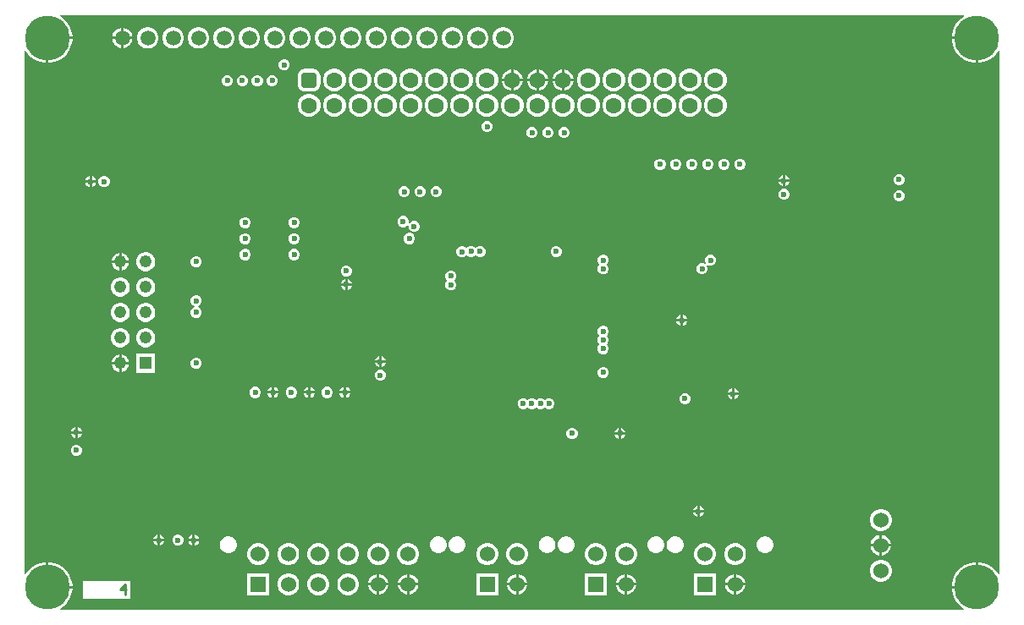
<source format=gbl>
G04*
G04 #@! TF.GenerationSoftware,Altium Limited,Altium Designer,23.8.1 (32)*
G04*
G04 Layer_Physical_Order=4*
G04 Layer_Color=16711680*
%FSLAX25Y25*%
%MOIN*%
G70*
G04*
G04 #@! TF.SameCoordinates,BF2EEF1A-6A82-4CD2-B880-65E340770DF0*
G04*
G04*
G04 #@! TF.FilePolarity,Positive*
G04*
G01*
G75*
%ADD15C,0.01000*%
%ADD49C,0.06299*%
%ADD55C,0.17717*%
G04:AMPARAMS|DCode=56|XSize=62.99mil|YSize=62.99mil|CornerRadius=15.75mil|HoleSize=0mil|Usage=FLASHONLY|Rotation=0.000|XOffset=0mil|YOffset=0mil|HoleType=Round|Shape=RoundedRectangle|*
%AMROUNDEDRECTD56*
21,1,0.06299,0.03150,0,0,0.0*
21,1,0.03150,0.06299,0,0,0.0*
1,1,0.03150,0.01575,-0.01575*
1,1,0.03150,-0.01575,-0.01575*
1,1,0.03150,-0.01575,0.01575*
1,1,0.03150,0.01575,0.01575*
%
%ADD56ROUNDEDRECTD56*%
%ADD57C,0.13780*%
%ADD58C,0.05906*%
%ADD59C,0.06000*%
%ADD60R,0.06000X0.06000*%
%ADD61C,0.04882*%
%ADD62R,0.04882X0.04882*%
%ADD63C,0.02362*%
G36*
X410391Y274288D02*
X409070Y273406D01*
X407697Y272032D01*
X406618Y270418D01*
X405875Y268624D01*
X405496Y266719D01*
Y266248D01*
X415354D01*
Y265748D01*
X415854D01*
Y255890D01*
X416325D01*
X418230Y256269D01*
X420024Y257012D01*
X421639Y258091D01*
X423012Y259464D01*
X423894Y260784D01*
X424394Y260633D01*
Y54328D01*
X423894Y54176D01*
X423012Y55497D01*
X421639Y56870D01*
X420024Y57949D01*
X418230Y58692D01*
X416325Y59071D01*
X415854D01*
Y49213D01*
X415354D01*
Y48713D01*
X405496D01*
Y48242D01*
X405875Y46337D01*
X406618Y44543D01*
X407697Y42928D01*
X409070Y41555D01*
X410391Y40673D01*
X410239Y40173D01*
X54328D01*
X54176Y40673D01*
X55497Y41555D01*
X56870Y42928D01*
X57949Y44543D01*
X58692Y46337D01*
X59071Y48242D01*
Y48713D01*
X49213D01*
Y49213D01*
X48713D01*
Y59071D01*
X48242D01*
X46337Y58692D01*
X44543Y57949D01*
X42928Y56870D01*
X41555Y55497D01*
X40673Y54176D01*
X40173Y54328D01*
Y260632D01*
X40673Y260784D01*
X41555Y259464D01*
X42928Y258091D01*
X44543Y257012D01*
X46337Y256269D01*
X48242Y255890D01*
X48713D01*
Y265748D01*
X49213D01*
Y266248D01*
X59071D01*
Y266719D01*
X58692Y268624D01*
X57949Y270418D01*
X56870Y272032D01*
X55497Y273406D01*
X54176Y274288D01*
X54328Y274788D01*
X410239D01*
X410391Y274288D01*
D02*
G37*
%LPC*%
G36*
X79260Y269701D02*
X79240D01*
Y266248D01*
X82693D01*
Y266268D01*
X82424Y267274D01*
X81903Y268175D01*
X81167Y268911D01*
X80266Y269431D01*
X79260Y269701D01*
D02*
G37*
G36*
X78240D02*
X78220D01*
X77214Y269431D01*
X76313Y268911D01*
X75577Y268175D01*
X75057Y267274D01*
X74787Y266268D01*
Y266248D01*
X78240D01*
Y269701D01*
D02*
G37*
G36*
X82693Y265248D02*
X79240D01*
Y261795D01*
X79260D01*
X80266Y262065D01*
X81167Y262585D01*
X81903Y263321D01*
X82424Y264222D01*
X82693Y265228D01*
Y265248D01*
D02*
G37*
G36*
X78240D02*
X74787D01*
Y265228D01*
X75057Y264222D01*
X75577Y263321D01*
X76313Y262585D01*
X77214Y262065D01*
X78220Y261795D01*
X78240D01*
Y265248D01*
D02*
G37*
G36*
X229300Y270000D02*
X228180D01*
X227099Y269710D01*
X226129Y269150D01*
X225338Y268359D01*
X224778Y267389D01*
X224488Y266308D01*
Y265188D01*
X224778Y264107D01*
X225338Y263137D01*
X226129Y262346D01*
X227099Y261786D01*
X228180Y261496D01*
X229300D01*
X230381Y261786D01*
X231351Y262346D01*
X232142Y263137D01*
X232702Y264107D01*
X232992Y265188D01*
Y266308D01*
X232702Y267389D01*
X232142Y268359D01*
X231351Y269150D01*
X230381Y269710D01*
X229300Y270000D01*
D02*
G37*
G36*
X219300D02*
X218180D01*
X217099Y269710D01*
X216129Y269150D01*
X215338Y268359D01*
X214778Y267389D01*
X214488Y266308D01*
Y265188D01*
X214778Y264107D01*
X215338Y263137D01*
X216129Y262346D01*
X217099Y261786D01*
X218180Y261496D01*
X219300D01*
X220381Y261786D01*
X221351Y262346D01*
X222143Y263137D01*
X222702Y264107D01*
X222992Y265188D01*
Y266308D01*
X222702Y267389D01*
X222143Y268359D01*
X221351Y269150D01*
X220381Y269710D01*
X219300Y270000D01*
D02*
G37*
G36*
X209300D02*
X208180D01*
X207099Y269710D01*
X206129Y269150D01*
X205338Y268359D01*
X204778Y267389D01*
X204488Y266308D01*
Y265188D01*
X204778Y264107D01*
X205338Y263137D01*
X206129Y262346D01*
X207099Y261786D01*
X208180Y261496D01*
X209300D01*
X210381Y261786D01*
X211351Y262346D01*
X212142Y263137D01*
X212702Y264107D01*
X212992Y265188D01*
Y266308D01*
X212702Y267389D01*
X212142Y268359D01*
X211351Y269150D01*
X210381Y269710D01*
X209300Y270000D01*
D02*
G37*
G36*
X199300D02*
X198180D01*
X197099Y269710D01*
X196129Y269150D01*
X195338Y268359D01*
X194778Y267389D01*
X194488Y266308D01*
Y265188D01*
X194778Y264107D01*
X195338Y263137D01*
X196129Y262346D01*
X197099Y261786D01*
X198180Y261496D01*
X199300D01*
X200381Y261786D01*
X201351Y262346D01*
X202143Y263137D01*
X202702Y264107D01*
X202992Y265188D01*
Y266308D01*
X202702Y267389D01*
X202143Y268359D01*
X201351Y269150D01*
X200381Y269710D01*
X199300Y270000D01*
D02*
G37*
G36*
X189300D02*
X188180D01*
X187099Y269710D01*
X186129Y269150D01*
X185338Y268359D01*
X184778Y267389D01*
X184488Y266308D01*
Y265188D01*
X184778Y264107D01*
X185338Y263137D01*
X186129Y262346D01*
X187099Y261786D01*
X188180Y261496D01*
X189300D01*
X190381Y261786D01*
X191351Y262346D01*
X192142Y263137D01*
X192702Y264107D01*
X192992Y265188D01*
Y266308D01*
X192702Y267389D01*
X192142Y268359D01*
X191351Y269150D01*
X190381Y269710D01*
X189300Y270000D01*
D02*
G37*
G36*
X179300D02*
X178180D01*
X177099Y269710D01*
X176129Y269150D01*
X175338Y268359D01*
X174778Y267389D01*
X174488Y266308D01*
Y265188D01*
X174778Y264107D01*
X175338Y263137D01*
X176129Y262346D01*
X177099Y261786D01*
X178180Y261496D01*
X179300D01*
X180381Y261786D01*
X181351Y262346D01*
X182142Y263137D01*
X182702Y264107D01*
X182992Y265188D01*
Y266308D01*
X182702Y267389D01*
X182142Y268359D01*
X181351Y269150D01*
X180381Y269710D01*
X179300Y270000D01*
D02*
G37*
G36*
X169300D02*
X168180D01*
X167099Y269710D01*
X166129Y269150D01*
X165338Y268359D01*
X164778Y267389D01*
X164488Y266308D01*
Y265188D01*
X164778Y264107D01*
X165338Y263137D01*
X166129Y262346D01*
X167099Y261786D01*
X168180Y261496D01*
X169300D01*
X170381Y261786D01*
X171351Y262346D01*
X172143Y263137D01*
X172702Y264107D01*
X172992Y265188D01*
Y266308D01*
X172702Y267389D01*
X172143Y268359D01*
X171351Y269150D01*
X170381Y269710D01*
X169300Y270000D01*
D02*
G37*
G36*
X159300D02*
X158180D01*
X157099Y269710D01*
X156129Y269150D01*
X155338Y268359D01*
X154778Y267389D01*
X154488Y266308D01*
Y265188D01*
X154778Y264107D01*
X155338Y263137D01*
X156129Y262346D01*
X157099Y261786D01*
X158180Y261496D01*
X159300D01*
X160381Y261786D01*
X161351Y262346D01*
X162143Y263137D01*
X162702Y264107D01*
X162992Y265188D01*
Y266308D01*
X162702Y267389D01*
X162143Y268359D01*
X161351Y269150D01*
X160381Y269710D01*
X159300Y270000D01*
D02*
G37*
G36*
X149300D02*
X148180D01*
X147099Y269710D01*
X146129Y269150D01*
X145338Y268359D01*
X144778Y267389D01*
X144488Y266308D01*
Y265188D01*
X144778Y264107D01*
X145338Y263137D01*
X146129Y262346D01*
X147099Y261786D01*
X148180Y261496D01*
X149300D01*
X150381Y261786D01*
X151351Y262346D01*
X152143Y263137D01*
X152702Y264107D01*
X152992Y265188D01*
Y266308D01*
X152702Y267389D01*
X152143Y268359D01*
X151351Y269150D01*
X150381Y269710D01*
X149300Y270000D01*
D02*
G37*
G36*
X139300D02*
X138180D01*
X137099Y269710D01*
X136129Y269150D01*
X135338Y268359D01*
X134778Y267389D01*
X134488Y266308D01*
Y265188D01*
X134778Y264107D01*
X135338Y263137D01*
X136129Y262346D01*
X137099Y261786D01*
X138180Y261496D01*
X139300D01*
X140381Y261786D01*
X141351Y262346D01*
X142142Y263137D01*
X142702Y264107D01*
X142992Y265188D01*
Y266308D01*
X142702Y267389D01*
X142142Y268359D01*
X141351Y269150D01*
X140381Y269710D01*
X139300Y270000D01*
D02*
G37*
G36*
X129300D02*
X128180D01*
X127099Y269710D01*
X126129Y269150D01*
X125338Y268359D01*
X124778Y267389D01*
X124488Y266308D01*
Y265188D01*
X124778Y264107D01*
X125338Y263137D01*
X126129Y262346D01*
X127099Y261786D01*
X128180Y261496D01*
X129300D01*
X130381Y261786D01*
X131351Y262346D01*
X132142Y263137D01*
X132702Y264107D01*
X132992Y265188D01*
Y266308D01*
X132702Y267389D01*
X132142Y268359D01*
X131351Y269150D01*
X130381Y269710D01*
X129300Y270000D01*
D02*
G37*
G36*
X119300D02*
X118180D01*
X117099Y269710D01*
X116129Y269150D01*
X115338Y268359D01*
X114778Y267389D01*
X114488Y266308D01*
Y265188D01*
X114778Y264107D01*
X115338Y263137D01*
X116129Y262346D01*
X117099Y261786D01*
X118180Y261496D01*
X119300D01*
X120381Y261786D01*
X121351Y262346D01*
X122143Y263137D01*
X122702Y264107D01*
X122992Y265188D01*
Y266308D01*
X122702Y267389D01*
X122143Y268359D01*
X121351Y269150D01*
X120381Y269710D01*
X119300Y270000D01*
D02*
G37*
G36*
X109300D02*
X108180D01*
X107099Y269710D01*
X106129Y269150D01*
X105338Y268359D01*
X104778Y267389D01*
X104488Y266308D01*
Y265188D01*
X104778Y264107D01*
X105338Y263137D01*
X106129Y262346D01*
X107099Y261786D01*
X108180Y261496D01*
X109300D01*
X110381Y261786D01*
X111351Y262346D01*
X112143Y263137D01*
X112702Y264107D01*
X112992Y265188D01*
Y266308D01*
X112702Y267389D01*
X112143Y268359D01*
X111351Y269150D01*
X110381Y269710D01*
X109300Y270000D01*
D02*
G37*
G36*
X99300D02*
X98180D01*
X97099Y269710D01*
X96129Y269150D01*
X95338Y268359D01*
X94778Y267389D01*
X94488Y266308D01*
Y265188D01*
X94778Y264107D01*
X95338Y263137D01*
X96129Y262346D01*
X97099Y261786D01*
X98180Y261496D01*
X99300D01*
X100381Y261786D01*
X101351Y262346D01*
X102143Y263137D01*
X102702Y264107D01*
X102992Y265188D01*
Y266308D01*
X102702Y267389D01*
X102143Y268359D01*
X101351Y269150D01*
X100381Y269710D01*
X99300Y270000D01*
D02*
G37*
G36*
X89300D02*
X88180D01*
X87099Y269710D01*
X86129Y269150D01*
X85338Y268359D01*
X84778Y267389D01*
X84488Y266308D01*
Y265188D01*
X84778Y264107D01*
X85338Y263137D01*
X86129Y262346D01*
X87099Y261786D01*
X88180Y261496D01*
X89300D01*
X90381Y261786D01*
X91351Y262346D01*
X92142Y263137D01*
X92702Y264107D01*
X92992Y265188D01*
Y266308D01*
X92702Y267389D01*
X92142Y268359D01*
X91351Y269150D01*
X90381Y269710D01*
X89300Y270000D01*
D02*
G37*
G36*
X414854Y265248D02*
X405496D01*
Y264777D01*
X405875Y262873D01*
X406618Y261078D01*
X407697Y259464D01*
X409070Y258091D01*
X410685Y257012D01*
X412479Y256269D01*
X414383Y255890D01*
X414854D01*
Y265248D01*
D02*
G37*
G36*
X59071D02*
X49713D01*
Y255890D01*
X50184D01*
X52088Y256269D01*
X53882Y257012D01*
X55497Y258091D01*
X56870Y259464D01*
X57949Y261078D01*
X58692Y262873D01*
X59071Y264777D01*
Y265248D01*
D02*
G37*
G36*
X142954Y257299D02*
X142086D01*
X141284Y256967D01*
X140671Y256354D01*
X140339Y255552D01*
Y254684D01*
X140671Y253883D01*
X141284Y253269D01*
X142086Y252937D01*
X142954D01*
X143755Y253269D01*
X144369Y253883D01*
X144701Y254684D01*
Y255552D01*
X144369Y256354D01*
X143755Y256967D01*
X142954Y257299D01*
D02*
G37*
G36*
X252830Y253244D02*
X252783D01*
Y249594D01*
X256433D01*
Y249641D01*
X256150Y250696D01*
X255604Y251642D01*
X254831Y252415D01*
X253885Y252961D01*
X252830Y253244D01*
D02*
G37*
G36*
X251783D02*
X251737D01*
X250682Y252961D01*
X249735Y252415D01*
X248963Y251642D01*
X248417Y250696D01*
X248134Y249641D01*
Y249594D01*
X251783D01*
Y253244D01*
D02*
G37*
G36*
X242830D02*
X242783D01*
Y249594D01*
X246433D01*
Y249641D01*
X246150Y250696D01*
X245604Y251642D01*
X244831Y252415D01*
X243885Y252961D01*
X242830Y253244D01*
D02*
G37*
G36*
X241783D02*
X241737D01*
X240682Y252961D01*
X239736Y252415D01*
X238963Y251642D01*
X238417Y250696D01*
X238134Y249641D01*
Y249594D01*
X241783D01*
Y253244D01*
D02*
G37*
G36*
X232830D02*
X232784D01*
Y249594D01*
X236433D01*
Y249641D01*
X236150Y250696D01*
X235604Y251642D01*
X234831Y252415D01*
X233885Y252961D01*
X232830Y253244D01*
D02*
G37*
G36*
X231784D02*
X231737D01*
X230682Y252961D01*
X229735Y252415D01*
X228963Y251642D01*
X228417Y250696D01*
X228134Y249641D01*
Y249594D01*
X231784D01*
Y253244D01*
D02*
G37*
G36*
X138229Y251000D02*
X137361D01*
X136560Y250668D01*
X135946Y250054D01*
X135614Y249253D01*
Y248385D01*
X135946Y247583D01*
X136560Y246970D01*
X137361Y246638D01*
X138229D01*
X139031Y246970D01*
X139644Y247583D01*
X139976Y248385D01*
Y249253D01*
X139644Y250054D01*
X139031Y250668D01*
X138229Y251000D01*
D02*
G37*
G36*
X132324D02*
X131456D01*
X130654Y250668D01*
X130041Y250054D01*
X129709Y249253D01*
Y248385D01*
X130041Y247583D01*
X130654Y246970D01*
X131456Y246638D01*
X132324D01*
X133125Y246970D01*
X133739Y247583D01*
X134071Y248385D01*
Y249253D01*
X133739Y250054D01*
X133125Y250668D01*
X132324Y251000D01*
D02*
G37*
G36*
X126418D02*
X125550D01*
X124749Y250668D01*
X124135Y250054D01*
X123803Y249253D01*
Y248385D01*
X124135Y247583D01*
X124749Y246970D01*
X125550Y246638D01*
X126418D01*
X127220Y246970D01*
X127833Y247583D01*
X128165Y248385D01*
Y249253D01*
X127833Y250054D01*
X127220Y250668D01*
X126418Y251000D01*
D02*
G37*
G36*
X120513D02*
X119645D01*
X118843Y250668D01*
X118230Y250054D01*
X117898Y249253D01*
Y248385D01*
X118230Y247583D01*
X118843Y246970D01*
X119645Y246638D01*
X120513D01*
X121314Y246970D01*
X121928Y247583D01*
X122260Y248385D01*
Y249253D01*
X121928Y250054D01*
X121314Y250668D01*
X120513Y251000D01*
D02*
G37*
G36*
X256433Y248594D02*
X252783D01*
Y244945D01*
X252830D01*
X253885Y245228D01*
X254831Y245774D01*
X255604Y246547D01*
X256150Y247493D01*
X256433Y248548D01*
Y248594D01*
D02*
G37*
G36*
X251783D02*
X248134D01*
Y248548D01*
X248417Y247493D01*
X248963Y246547D01*
X249735Y245774D01*
X250682Y245228D01*
X251737Y244945D01*
X251783D01*
Y248594D01*
D02*
G37*
G36*
X246433D02*
X242783D01*
Y244945D01*
X242830D01*
X243885Y245228D01*
X244831Y245774D01*
X245604Y246547D01*
X246150Y247493D01*
X246433Y248548D01*
Y248594D01*
D02*
G37*
G36*
X241783D02*
X238134D01*
Y248548D01*
X238417Y247493D01*
X238963Y246547D01*
X239736Y245774D01*
X240682Y245228D01*
X241737Y244945D01*
X241783D01*
Y248594D01*
D02*
G37*
G36*
X236433D02*
X232784D01*
Y244945D01*
X232830D01*
X233885Y245228D01*
X234831Y245774D01*
X235604Y246547D01*
X236150Y247493D01*
X236433Y248548D01*
Y248594D01*
D02*
G37*
G36*
X231784D02*
X228134D01*
Y248548D01*
X228417Y247493D01*
X228963Y246547D01*
X229735Y245774D01*
X230682Y245228D01*
X231737Y244945D01*
X231784D01*
Y248594D01*
D02*
G37*
G36*
X312869Y253543D02*
X311698D01*
X310566Y253240D01*
X309552Y252654D01*
X308723Y251826D01*
X308138Y250812D01*
X307835Y249680D01*
Y248509D01*
X308138Y247377D01*
X308723Y246363D01*
X309552Y245534D01*
X310566Y244949D01*
X311698Y244646D01*
X312869D01*
X314001Y244949D01*
X315015Y245534D01*
X315843Y246363D01*
X316429Y247377D01*
X316732Y248509D01*
Y249680D01*
X316429Y250812D01*
X315843Y251826D01*
X315015Y252654D01*
X314001Y253240D01*
X312869Y253543D01*
D02*
G37*
G36*
X302869D02*
X301698D01*
X300566Y253240D01*
X299552Y252654D01*
X298724Y251826D01*
X298138Y250812D01*
X297835Y249680D01*
Y248509D01*
X298138Y247377D01*
X298724Y246363D01*
X299552Y245534D01*
X300566Y244949D01*
X301698Y244646D01*
X302869D01*
X304001Y244949D01*
X305015Y245534D01*
X305843Y246363D01*
X306429Y247377D01*
X306732Y248509D01*
Y249680D01*
X306429Y250812D01*
X305843Y251826D01*
X305015Y252654D01*
X304001Y253240D01*
X302869Y253543D01*
D02*
G37*
G36*
X292869D02*
X291698D01*
X290566Y253240D01*
X289552Y252654D01*
X288723Y251826D01*
X288138Y250812D01*
X287835Y249680D01*
Y248509D01*
X288138Y247377D01*
X288723Y246363D01*
X289552Y245534D01*
X290566Y244949D01*
X291698Y244646D01*
X292869D01*
X294001Y244949D01*
X295015Y245534D01*
X295843Y246363D01*
X296429Y247377D01*
X296732Y248509D01*
Y249680D01*
X296429Y250812D01*
X295843Y251826D01*
X295015Y252654D01*
X294001Y253240D01*
X292869Y253543D01*
D02*
G37*
G36*
X282869D02*
X281698D01*
X280566Y253240D01*
X279552Y252654D01*
X278724Y251826D01*
X278138Y250812D01*
X277835Y249680D01*
Y248509D01*
X278138Y247377D01*
X278724Y246363D01*
X279552Y245534D01*
X280566Y244949D01*
X281698Y244646D01*
X282869D01*
X284001Y244949D01*
X285015Y245534D01*
X285843Y246363D01*
X286429Y247377D01*
X286732Y248509D01*
Y249680D01*
X286429Y250812D01*
X285843Y251826D01*
X285015Y252654D01*
X284001Y253240D01*
X282869Y253543D01*
D02*
G37*
G36*
X272869D02*
X271698D01*
X270566Y253240D01*
X269552Y252654D01*
X268724Y251826D01*
X268138Y250812D01*
X267835Y249680D01*
Y248509D01*
X268138Y247377D01*
X268724Y246363D01*
X269552Y245534D01*
X270566Y244949D01*
X271698Y244646D01*
X272869D01*
X274001Y244949D01*
X275015Y245534D01*
X275843Y246363D01*
X276429Y247377D01*
X276732Y248509D01*
Y249680D01*
X276429Y250812D01*
X275843Y251826D01*
X275015Y252654D01*
X274001Y253240D01*
X272869Y253543D01*
D02*
G37*
G36*
X262869D02*
X261698D01*
X260566Y253240D01*
X259552Y252654D01*
X258723Y251826D01*
X258138Y250812D01*
X257835Y249680D01*
Y248509D01*
X258138Y247377D01*
X258723Y246363D01*
X259552Y245534D01*
X260566Y244949D01*
X261698Y244646D01*
X262869D01*
X264001Y244949D01*
X265015Y245534D01*
X265843Y246363D01*
X266429Y247377D01*
X266732Y248509D01*
Y249680D01*
X266429Y250812D01*
X265843Y251826D01*
X265015Y252654D01*
X264001Y253240D01*
X262869Y253543D01*
D02*
G37*
G36*
X222869D02*
X221698D01*
X220566Y253240D01*
X219552Y252654D01*
X218724Y251826D01*
X218138Y250812D01*
X217835Y249680D01*
Y248509D01*
X218138Y247377D01*
X218724Y246363D01*
X219552Y245534D01*
X220566Y244949D01*
X221698Y244646D01*
X222869D01*
X224001Y244949D01*
X225015Y245534D01*
X225843Y246363D01*
X226429Y247377D01*
X226732Y248509D01*
Y249680D01*
X226429Y250812D01*
X225843Y251826D01*
X225015Y252654D01*
X224001Y253240D01*
X222869Y253543D01*
D02*
G37*
G36*
X212869D02*
X211698D01*
X210566Y253240D01*
X209552Y252654D01*
X208723Y251826D01*
X208138Y250812D01*
X207835Y249680D01*
Y248509D01*
X208138Y247377D01*
X208723Y246363D01*
X209552Y245534D01*
X210566Y244949D01*
X211698Y244646D01*
X212869D01*
X214001Y244949D01*
X215015Y245534D01*
X215843Y246363D01*
X216429Y247377D01*
X216732Y248509D01*
Y249680D01*
X216429Y250812D01*
X215843Y251826D01*
X215015Y252654D01*
X214001Y253240D01*
X212869Y253543D01*
D02*
G37*
G36*
X202869D02*
X201698D01*
X200566Y253240D01*
X199552Y252654D01*
X198723Y251826D01*
X198138Y250812D01*
X197835Y249680D01*
Y248509D01*
X198138Y247377D01*
X198723Y246363D01*
X199552Y245534D01*
X200566Y244949D01*
X201698Y244646D01*
X202869D01*
X204001Y244949D01*
X205015Y245534D01*
X205843Y246363D01*
X206429Y247377D01*
X206732Y248509D01*
Y249680D01*
X206429Y250812D01*
X205843Y251826D01*
X205015Y252654D01*
X204001Y253240D01*
X202869Y253543D01*
D02*
G37*
G36*
X192869D02*
X191698D01*
X190566Y253240D01*
X189552Y252654D01*
X188724Y251826D01*
X188138Y250812D01*
X187835Y249680D01*
Y248509D01*
X188138Y247377D01*
X188724Y246363D01*
X189552Y245534D01*
X190566Y244949D01*
X191698Y244646D01*
X192869D01*
X194001Y244949D01*
X195015Y245534D01*
X195843Y246363D01*
X196429Y247377D01*
X196732Y248509D01*
Y249680D01*
X196429Y250812D01*
X195843Y251826D01*
X195015Y252654D01*
X194001Y253240D01*
X192869Y253543D01*
D02*
G37*
G36*
X182869D02*
X181698D01*
X180566Y253240D01*
X179552Y252654D01*
X178724Y251826D01*
X178138Y250812D01*
X177835Y249680D01*
Y248509D01*
X178138Y247377D01*
X178724Y246363D01*
X179552Y245534D01*
X180566Y244949D01*
X181698Y244646D01*
X182869D01*
X184001Y244949D01*
X185015Y245534D01*
X185843Y246363D01*
X186429Y247377D01*
X186732Y248509D01*
Y249680D01*
X186429Y250812D01*
X185843Y251826D01*
X185015Y252654D01*
X184001Y253240D01*
X182869Y253543D01*
D02*
G37*
G36*
X172869D02*
X171698D01*
X170566Y253240D01*
X169552Y252654D01*
X168723Y251826D01*
X168138Y250812D01*
X167835Y249680D01*
Y248509D01*
X168138Y247377D01*
X168723Y246363D01*
X169552Y245534D01*
X170566Y244949D01*
X171698Y244646D01*
X172869D01*
X174001Y244949D01*
X175015Y245534D01*
X175843Y246363D01*
X176429Y247377D01*
X176732Y248509D01*
Y249680D01*
X176429Y250812D01*
X175843Y251826D01*
X175015Y252654D01*
X174001Y253240D01*
X172869Y253543D01*
D02*
G37*
G36*
X162869D02*
X161698D01*
X160566Y253240D01*
X159552Y252654D01*
X158723Y251826D01*
X158138Y250812D01*
X157835Y249680D01*
Y248509D01*
X158138Y247377D01*
X158723Y246363D01*
X159552Y245534D01*
X160566Y244949D01*
X161698Y244646D01*
X162869D01*
X164001Y244949D01*
X165015Y245534D01*
X165843Y246363D01*
X166429Y247377D01*
X166732Y248509D01*
Y249680D01*
X166429Y250812D01*
X165843Y251826D01*
X165015Y252654D01*
X164001Y253240D01*
X162869Y253543D01*
D02*
G37*
G36*
X153858Y253568D02*
X150709D01*
X149958Y253469D01*
X149259Y253180D01*
X148659Y252719D01*
X148198Y252119D01*
X147909Y251420D01*
X147810Y250669D01*
Y247520D01*
X147909Y246769D01*
X148198Y246070D01*
X148659Y245470D01*
X149259Y245009D01*
X149958Y244720D01*
X150709Y244621D01*
X153858D01*
X154609Y244720D01*
X155308Y245009D01*
X155908Y245470D01*
X156369Y246070D01*
X156658Y246769D01*
X156757Y247520D01*
Y250669D01*
X156658Y251420D01*
X156369Y252119D01*
X155908Y252719D01*
X155308Y253180D01*
X154609Y253469D01*
X153858Y253568D01*
D02*
G37*
G36*
X312869Y243543D02*
X311698D01*
X310566Y243240D01*
X309552Y242654D01*
X308723Y241826D01*
X308138Y240812D01*
X307835Y239680D01*
Y238509D01*
X308138Y237377D01*
X308723Y236363D01*
X309552Y235535D01*
X310566Y234949D01*
X311698Y234646D01*
X312869D01*
X314001Y234949D01*
X315015Y235535D01*
X315843Y236363D01*
X316429Y237377D01*
X316732Y238509D01*
Y239680D01*
X316429Y240812D01*
X315843Y241826D01*
X315015Y242654D01*
X314001Y243240D01*
X312869Y243543D01*
D02*
G37*
G36*
X302869D02*
X301698D01*
X300566Y243240D01*
X299552Y242654D01*
X298724Y241826D01*
X298138Y240812D01*
X297835Y239680D01*
Y238509D01*
X298138Y237377D01*
X298724Y236363D01*
X299552Y235535D01*
X300566Y234949D01*
X301698Y234646D01*
X302869D01*
X304001Y234949D01*
X305015Y235535D01*
X305843Y236363D01*
X306429Y237377D01*
X306732Y238509D01*
Y239680D01*
X306429Y240812D01*
X305843Y241826D01*
X305015Y242654D01*
X304001Y243240D01*
X302869Y243543D01*
D02*
G37*
G36*
X292869D02*
X291698D01*
X290566Y243240D01*
X289552Y242654D01*
X288723Y241826D01*
X288138Y240812D01*
X287835Y239680D01*
Y238509D01*
X288138Y237377D01*
X288723Y236363D01*
X289552Y235535D01*
X290566Y234949D01*
X291698Y234646D01*
X292869D01*
X294001Y234949D01*
X295015Y235535D01*
X295843Y236363D01*
X296429Y237377D01*
X296732Y238509D01*
Y239680D01*
X296429Y240812D01*
X295843Y241826D01*
X295015Y242654D01*
X294001Y243240D01*
X292869Y243543D01*
D02*
G37*
G36*
X282869D02*
X281698D01*
X280566Y243240D01*
X279552Y242654D01*
X278724Y241826D01*
X278138Y240812D01*
X277835Y239680D01*
Y238509D01*
X278138Y237377D01*
X278724Y236363D01*
X279552Y235535D01*
X280566Y234949D01*
X281698Y234646D01*
X282869D01*
X284001Y234949D01*
X285015Y235535D01*
X285843Y236363D01*
X286429Y237377D01*
X286732Y238509D01*
Y239680D01*
X286429Y240812D01*
X285843Y241826D01*
X285015Y242654D01*
X284001Y243240D01*
X282869Y243543D01*
D02*
G37*
G36*
X272869D02*
X271698D01*
X270566Y243240D01*
X269552Y242654D01*
X268724Y241826D01*
X268138Y240812D01*
X267835Y239680D01*
Y238509D01*
X268138Y237377D01*
X268724Y236363D01*
X269552Y235535D01*
X270566Y234949D01*
X271698Y234646D01*
X272869D01*
X274001Y234949D01*
X275015Y235535D01*
X275843Y236363D01*
X276429Y237377D01*
X276732Y238509D01*
Y239680D01*
X276429Y240812D01*
X275843Y241826D01*
X275015Y242654D01*
X274001Y243240D01*
X272869Y243543D01*
D02*
G37*
G36*
X262869D02*
X261698D01*
X260566Y243240D01*
X259552Y242654D01*
X258723Y241826D01*
X258138Y240812D01*
X257835Y239680D01*
Y238509D01*
X258138Y237377D01*
X258723Y236363D01*
X259552Y235535D01*
X260566Y234949D01*
X261698Y234646D01*
X262869D01*
X264001Y234949D01*
X265015Y235535D01*
X265843Y236363D01*
X266429Y237377D01*
X266732Y238509D01*
Y239680D01*
X266429Y240812D01*
X265843Y241826D01*
X265015Y242654D01*
X264001Y243240D01*
X262869Y243543D01*
D02*
G37*
G36*
X252869D02*
X251698D01*
X250566Y243240D01*
X249552Y242654D01*
X248724Y241826D01*
X248138Y240812D01*
X247835Y239680D01*
Y238509D01*
X248138Y237377D01*
X248724Y236363D01*
X249552Y235535D01*
X250566Y234949D01*
X251698Y234646D01*
X252869D01*
X254001Y234949D01*
X255015Y235535D01*
X255843Y236363D01*
X256429Y237377D01*
X256732Y238509D01*
Y239680D01*
X256429Y240812D01*
X255843Y241826D01*
X255015Y242654D01*
X254001Y243240D01*
X252869Y243543D01*
D02*
G37*
G36*
X242869D02*
X241698D01*
X240566Y243240D01*
X239552Y242654D01*
X238723Y241826D01*
X238138Y240812D01*
X237835Y239680D01*
Y238509D01*
X238138Y237377D01*
X238723Y236363D01*
X239552Y235535D01*
X240566Y234949D01*
X241698Y234646D01*
X242869D01*
X244001Y234949D01*
X245015Y235535D01*
X245843Y236363D01*
X246429Y237377D01*
X246732Y238509D01*
Y239680D01*
X246429Y240812D01*
X245843Y241826D01*
X245015Y242654D01*
X244001Y243240D01*
X242869Y243543D01*
D02*
G37*
G36*
X232869D02*
X231698D01*
X230566Y243240D01*
X229552Y242654D01*
X228724Y241826D01*
X228138Y240812D01*
X227835Y239680D01*
Y238509D01*
X228138Y237377D01*
X228724Y236363D01*
X229552Y235535D01*
X230566Y234949D01*
X231698Y234646D01*
X232869D01*
X234001Y234949D01*
X235015Y235535D01*
X235843Y236363D01*
X236429Y237377D01*
X236732Y238509D01*
Y239680D01*
X236429Y240812D01*
X235843Y241826D01*
X235015Y242654D01*
X234001Y243240D01*
X232869Y243543D01*
D02*
G37*
G36*
X222869D02*
X221698D01*
X220566Y243240D01*
X219552Y242654D01*
X218724Y241826D01*
X218138Y240812D01*
X217835Y239680D01*
Y238509D01*
X218138Y237377D01*
X218724Y236363D01*
X219552Y235535D01*
X220566Y234949D01*
X221698Y234646D01*
X222869D01*
X224001Y234949D01*
X225015Y235535D01*
X225843Y236363D01*
X226429Y237377D01*
X226732Y238509D01*
Y239680D01*
X226429Y240812D01*
X225843Y241826D01*
X225015Y242654D01*
X224001Y243240D01*
X222869Y243543D01*
D02*
G37*
G36*
X212869D02*
X211698D01*
X210566Y243240D01*
X209552Y242654D01*
X208723Y241826D01*
X208138Y240812D01*
X207835Y239680D01*
Y238509D01*
X208138Y237377D01*
X208723Y236363D01*
X209552Y235535D01*
X210566Y234949D01*
X211698Y234646D01*
X212869D01*
X214001Y234949D01*
X215015Y235535D01*
X215843Y236363D01*
X216429Y237377D01*
X216732Y238509D01*
Y239680D01*
X216429Y240812D01*
X215843Y241826D01*
X215015Y242654D01*
X214001Y243240D01*
X212869Y243543D01*
D02*
G37*
G36*
X202869D02*
X201698D01*
X200566Y243240D01*
X199552Y242654D01*
X198723Y241826D01*
X198138Y240812D01*
X197835Y239680D01*
Y238509D01*
X198138Y237377D01*
X198723Y236363D01*
X199552Y235535D01*
X200566Y234949D01*
X201698Y234646D01*
X202869D01*
X204001Y234949D01*
X205015Y235535D01*
X205843Y236363D01*
X206429Y237377D01*
X206732Y238509D01*
Y239680D01*
X206429Y240812D01*
X205843Y241826D01*
X205015Y242654D01*
X204001Y243240D01*
X202869Y243543D01*
D02*
G37*
G36*
X192869D02*
X191698D01*
X190566Y243240D01*
X189552Y242654D01*
X188724Y241826D01*
X188138Y240812D01*
X187835Y239680D01*
Y238509D01*
X188138Y237377D01*
X188724Y236363D01*
X189552Y235535D01*
X190566Y234949D01*
X191698Y234646D01*
X192869D01*
X194001Y234949D01*
X195015Y235535D01*
X195843Y236363D01*
X196429Y237377D01*
X196732Y238509D01*
Y239680D01*
X196429Y240812D01*
X195843Y241826D01*
X195015Y242654D01*
X194001Y243240D01*
X192869Y243543D01*
D02*
G37*
G36*
X182869D02*
X181698D01*
X180566Y243240D01*
X179552Y242654D01*
X178724Y241826D01*
X178138Y240812D01*
X177835Y239680D01*
Y238509D01*
X178138Y237377D01*
X178724Y236363D01*
X179552Y235535D01*
X180566Y234949D01*
X181698Y234646D01*
X182869D01*
X184001Y234949D01*
X185015Y235535D01*
X185843Y236363D01*
X186429Y237377D01*
X186732Y238509D01*
Y239680D01*
X186429Y240812D01*
X185843Y241826D01*
X185015Y242654D01*
X184001Y243240D01*
X182869Y243543D01*
D02*
G37*
G36*
X172869D02*
X171698D01*
X170566Y243240D01*
X169552Y242654D01*
X168723Y241826D01*
X168138Y240812D01*
X167835Y239680D01*
Y238509D01*
X168138Y237377D01*
X168723Y236363D01*
X169552Y235535D01*
X170566Y234949D01*
X171698Y234646D01*
X172869D01*
X174001Y234949D01*
X175015Y235535D01*
X175843Y236363D01*
X176429Y237377D01*
X176732Y238509D01*
Y239680D01*
X176429Y240812D01*
X175843Y241826D01*
X175015Y242654D01*
X174001Y243240D01*
X172869Y243543D01*
D02*
G37*
G36*
X162869D02*
X161698D01*
X160566Y243240D01*
X159552Y242654D01*
X158723Y241826D01*
X158138Y240812D01*
X157835Y239680D01*
Y238509D01*
X158138Y237377D01*
X158723Y236363D01*
X159552Y235535D01*
X160566Y234949D01*
X161698Y234646D01*
X162869D01*
X164001Y234949D01*
X165015Y235535D01*
X165843Y236363D01*
X166429Y237377D01*
X166732Y238509D01*
Y239680D01*
X166429Y240812D01*
X165843Y241826D01*
X165015Y242654D01*
X164001Y243240D01*
X162869Y243543D01*
D02*
G37*
G36*
X152869D02*
X151698D01*
X150566Y243240D01*
X149552Y242654D01*
X148723Y241826D01*
X148138Y240812D01*
X147835Y239680D01*
Y238509D01*
X148138Y237377D01*
X148723Y236363D01*
X149552Y235535D01*
X150566Y234949D01*
X151698Y234646D01*
X152869D01*
X154001Y234949D01*
X155015Y235535D01*
X155843Y236363D01*
X156429Y237377D01*
X156732Y238509D01*
Y239680D01*
X156429Y240812D01*
X155843Y241826D01*
X155015Y242654D01*
X154001Y243240D01*
X152869Y243543D01*
D02*
G37*
G36*
X222875Y232890D02*
X222007D01*
X221205Y232558D01*
X220592Y231944D01*
X220260Y231142D01*
Y230275D01*
X220592Y229473D01*
X221205Y228860D01*
X222007Y228528D01*
X222875D01*
X223676Y228860D01*
X224290Y229473D01*
X224622Y230275D01*
Y231142D01*
X224290Y231944D01*
X223676Y232558D01*
X222875Y232890D01*
D02*
G37*
G36*
X253190Y230528D02*
X252322D01*
X251520Y230195D01*
X250907Y229582D01*
X250575Y228780D01*
Y227913D01*
X250907Y227111D01*
X251520Y226497D01*
X252322Y226165D01*
X253190D01*
X253991Y226497D01*
X254605Y227111D01*
X254937Y227913D01*
Y228780D01*
X254605Y229582D01*
X253991Y230195D01*
X253190Y230528D01*
D02*
G37*
G36*
X246890D02*
X246023D01*
X245221Y230195D01*
X244608Y229582D01*
X244276Y228780D01*
Y227913D01*
X244608Y227111D01*
X245221Y226497D01*
X246023Y226165D01*
X246890D01*
X247692Y226497D01*
X248306Y227111D01*
X248638Y227913D01*
Y228780D01*
X248306Y229582D01*
X247692Y230195D01*
X246890Y230528D01*
D02*
G37*
G36*
X240591D02*
X239724D01*
X238922Y230195D01*
X238308Y229582D01*
X237976Y228780D01*
Y227913D01*
X238308Y227111D01*
X238922Y226497D01*
X239724Y226165D01*
X240591D01*
X241393Y226497D01*
X242006Y227111D01*
X242339Y227913D01*
Y228780D01*
X242006Y229582D01*
X241393Y230195D01*
X240591Y230528D01*
D02*
G37*
G36*
X322481Y218126D02*
X321613D01*
X320812Y217794D01*
X320198Y217180D01*
X319866Y216379D01*
Y215511D01*
X320198Y214709D01*
X320812Y214096D01*
X321613Y213764D01*
X322481D01*
X323283Y214096D01*
X323896Y214709D01*
X324228Y215511D01*
Y216379D01*
X323896Y217180D01*
X323283Y217794D01*
X322481Y218126D01*
D02*
G37*
G36*
X316182D02*
X315314D01*
X314512Y217794D01*
X313899Y217180D01*
X313567Y216379D01*
Y215511D01*
X313899Y214709D01*
X314512Y214096D01*
X315314Y213764D01*
X316182D01*
X316984Y214096D01*
X317597Y214709D01*
X317929Y215511D01*
Y216379D01*
X317597Y217180D01*
X316984Y217794D01*
X316182Y218126D01*
D02*
G37*
G36*
X309883D02*
X309015D01*
X308213Y217794D01*
X307600Y217180D01*
X307268Y216379D01*
Y215511D01*
X307600Y214709D01*
X308213Y214096D01*
X309015Y213764D01*
X309883D01*
X310684Y214096D01*
X311298Y214709D01*
X311630Y215511D01*
Y216379D01*
X311298Y217180D01*
X310684Y217794D01*
X309883Y218126D01*
D02*
G37*
G36*
X303583D02*
X302716D01*
X301914Y217794D01*
X301301Y217180D01*
X300969Y216379D01*
Y215511D01*
X301301Y214709D01*
X301914Y214096D01*
X302716Y213764D01*
X303583D01*
X304385Y214096D01*
X304999Y214709D01*
X305331Y215511D01*
Y216379D01*
X304999Y217180D01*
X304385Y217794D01*
X303583Y218126D01*
D02*
G37*
G36*
X297284D02*
X296416D01*
X295615Y217794D01*
X295001Y217180D01*
X294669Y216379D01*
Y215511D01*
X295001Y214709D01*
X295615Y214096D01*
X296416Y213764D01*
X297284D01*
X298086Y214096D01*
X298699Y214709D01*
X299031Y215511D01*
Y216379D01*
X298699Y217180D01*
X298086Y217794D01*
X297284Y218126D01*
D02*
G37*
G36*
X290985D02*
X290117D01*
X289316Y217794D01*
X288702Y217180D01*
X288370Y216379D01*
Y215511D01*
X288702Y214709D01*
X289316Y214096D01*
X290117Y213764D01*
X290985D01*
X291787Y214096D01*
X292400Y214709D01*
X292732Y215511D01*
Y216379D01*
X292400Y217180D01*
X291787Y217794D01*
X290985Y218126D01*
D02*
G37*
G36*
X339870Y211504D02*
Y209850D01*
X341524D01*
X341219Y210586D01*
X340606Y211199D01*
X339870Y211504D01*
D02*
G37*
G36*
X338870D02*
X338135Y211199D01*
X337521Y210586D01*
X337216Y209850D01*
X338870D01*
Y211504D01*
D02*
G37*
G36*
X66740Y211209D02*
Y209555D01*
X68394D01*
X68089Y210291D01*
X67476Y210904D01*
X66740Y211209D01*
D02*
G37*
G36*
X65740D02*
X65005Y210904D01*
X64391Y210291D01*
X64087Y209555D01*
X65740D01*
Y211209D01*
D02*
G37*
G36*
X385080Y212024D02*
X384212D01*
X383410Y211692D01*
X382797Y211078D01*
X382465Y210276D01*
Y209409D01*
X382797Y208607D01*
X383410Y207994D01*
X384212Y207661D01*
X385080D01*
X385881Y207994D01*
X386495Y208607D01*
X386827Y209409D01*
Y210276D01*
X386495Y211078D01*
X385881Y211692D01*
X385080Y212024D01*
D02*
G37*
G36*
X341524Y208850D02*
X339870D01*
Y207197D01*
X340606Y207501D01*
X341219Y208115D01*
X341524Y208850D01*
D02*
G37*
G36*
X338870D02*
X337216D01*
X337521Y208115D01*
X338135Y207501D01*
X338870Y207197D01*
Y208850D01*
D02*
G37*
G36*
X68394Y208555D02*
X66740D01*
Y206901D01*
X67476Y207206D01*
X68089Y207820D01*
X68394Y208555D01*
D02*
G37*
G36*
X65740D02*
X64087D01*
X64391Y207820D01*
X65005Y207206D01*
X65740Y206901D01*
Y208555D01*
D02*
G37*
G36*
X71989Y211236D02*
X71121D01*
X70320Y210904D01*
X69706Y210291D01*
X69374Y209489D01*
Y208621D01*
X69706Y207820D01*
X70320Y207206D01*
X71121Y206874D01*
X71989D01*
X72791Y207206D01*
X73404Y207820D01*
X73736Y208621D01*
Y209489D01*
X73404Y210291D01*
X72791Y210904D01*
X71989Y211236D01*
D02*
G37*
G36*
X202796Y207299D02*
X201928D01*
X201127Y206967D01*
X200513Y206354D01*
X200181Y205552D01*
Y204684D01*
X200513Y203883D01*
X201127Y203269D01*
X201928Y202937D01*
X202796D01*
X203598Y203269D01*
X204211Y203883D01*
X204543Y204684D01*
Y205552D01*
X204211Y206354D01*
X203598Y206967D01*
X202796Y207299D01*
D02*
G37*
G36*
X196497D02*
X195629D01*
X194827Y206967D01*
X194214Y206354D01*
X193882Y205552D01*
Y204684D01*
X194214Y203883D01*
X194827Y203269D01*
X195629Y202937D01*
X196497D01*
X197299Y203269D01*
X197912Y203883D01*
X198244Y204684D01*
Y205552D01*
X197912Y206354D01*
X197299Y206967D01*
X196497Y207299D01*
D02*
G37*
G36*
X190198D02*
X189330D01*
X188528Y206967D01*
X187915Y206354D01*
X187583Y205552D01*
Y204684D01*
X187915Y203883D01*
X188528Y203269D01*
X189330Y202937D01*
X190198D01*
X190999Y203269D01*
X191613Y203883D01*
X191945Y204684D01*
Y205552D01*
X191613Y206354D01*
X190999Y206967D01*
X190198Y207299D01*
D02*
G37*
G36*
X339804Y206217D02*
X338936D01*
X338135Y205885D01*
X337521Y205271D01*
X337189Y204469D01*
Y203602D01*
X337521Y202800D01*
X338135Y202186D01*
X338936Y201854D01*
X339804D01*
X340606Y202186D01*
X341219Y202800D01*
X341551Y203602D01*
Y204469D01*
X341219Y205271D01*
X340606Y205885D01*
X339804Y206217D01*
D02*
G37*
G36*
X385080Y205724D02*
X384212D01*
X383410Y205392D01*
X382797Y204779D01*
X382465Y203977D01*
Y203110D01*
X382797Y202308D01*
X383410Y201694D01*
X384212Y201362D01*
X385080D01*
X385881Y201694D01*
X386495Y202308D01*
X386827Y203110D01*
Y203977D01*
X386495Y204779D01*
X385881Y205392D01*
X385080Y205724D01*
D02*
G37*
G36*
X146890Y195095D02*
X146023D01*
X145221Y194762D01*
X144608Y194149D01*
X144276Y193347D01*
Y192480D01*
X144608Y191678D01*
X145221Y191064D01*
X146023Y190732D01*
X146890D01*
X147692Y191064D01*
X148306Y191678D01*
X148638Y192480D01*
Y193347D01*
X148306Y194149D01*
X147692Y194762D01*
X146890Y195095D01*
D02*
G37*
G36*
X127599Y195095D02*
X126732D01*
X125930Y194762D01*
X125316Y194149D01*
X124984Y193347D01*
Y192480D01*
X125316Y191678D01*
X125930Y191064D01*
X126732Y190732D01*
X127599D01*
X128401Y191064D01*
X129014Y191678D01*
X129347Y192480D01*
Y193347D01*
X129014Y194149D01*
X128401Y194762D01*
X127599Y195095D01*
D02*
G37*
G36*
X189804Y195488D02*
X188936D01*
X188135Y195156D01*
X187521Y194543D01*
X187189Y193741D01*
Y192873D01*
X187521Y192072D01*
X188135Y191458D01*
X188936Y191126D01*
X189804D01*
X190606Y191458D01*
X191058Y191910D01*
X191211Y191864D01*
X191520Y191665D01*
Y190905D01*
X191852Y190103D01*
X192465Y189489D01*
X193267Y189157D01*
X194135D01*
X194936Y189489D01*
X195550Y190103D01*
X195882Y190905D01*
Y191772D01*
X195550Y192574D01*
X194936Y193188D01*
X194135Y193520D01*
X193267D01*
X192465Y193188D01*
X192013Y192735D01*
X191860Y192781D01*
X191551Y192981D01*
Y193741D01*
X191219Y194543D01*
X190606Y195156D01*
X189804Y195488D01*
D02*
G37*
G36*
X192281Y188827D02*
X191413D01*
X190612Y188495D01*
X189998Y187881D01*
X189666Y187080D01*
Y186212D01*
X189998Y185410D01*
X190612Y184797D01*
X191413Y184465D01*
X192281D01*
X193082Y184797D01*
X193696Y185410D01*
X194028Y186212D01*
Y187080D01*
X193696Y187881D01*
X193082Y188495D01*
X192281Y188827D01*
D02*
G37*
G36*
X146890Y188795D02*
X146023D01*
X145221Y188463D01*
X144608Y187850D01*
X144276Y187048D01*
Y186180D01*
X144608Y185379D01*
X145221Y184765D01*
X146023Y184433D01*
X146890D01*
X147692Y184765D01*
X148306Y185379D01*
X148638Y186180D01*
Y187048D01*
X148306Y187850D01*
X147692Y188463D01*
X146890Y188795D01*
D02*
G37*
G36*
X127599Y188795D02*
X126732D01*
X125930Y188463D01*
X125316Y187850D01*
X124984Y187048D01*
Y186180D01*
X125316Y185379D01*
X125930Y184765D01*
X126732Y184433D01*
X127599D01*
X128401Y184765D01*
X129014Y185379D01*
X129347Y186180D01*
Y187048D01*
X129014Y187850D01*
X128401Y188463D01*
X127599Y188795D01*
D02*
G37*
G36*
X216527Y183726D02*
X215659D01*
X214857Y183394D01*
X214272Y182809D01*
X213785Y183296D01*
X212983Y183628D01*
X212116D01*
X211314Y183296D01*
X210700Y182683D01*
X210368Y181881D01*
Y181013D01*
X210700Y180212D01*
X211314Y179598D01*
X212116Y179266D01*
X212983D01*
X213785Y179598D01*
X214370Y180183D01*
X214857Y179696D01*
X215659Y179364D01*
X216527D01*
X217328Y179696D01*
X217864Y180232D01*
X218449Y179647D01*
X219251Y179315D01*
X220119D01*
X220920Y179647D01*
X221534Y180261D01*
X221866Y181062D01*
Y181930D01*
X221534Y182731D01*
X220920Y183345D01*
X220119Y183677D01*
X219251D01*
X218449Y183345D01*
X217913Y182809D01*
X217328Y183394D01*
X216527Y183726D01*
D02*
G37*
G36*
X250040Y183677D02*
X249172D01*
X248371Y183345D01*
X247757Y182732D01*
X247425Y181930D01*
Y181062D01*
X247757Y180261D01*
X248371Y179647D01*
X249172Y179315D01*
X250040D01*
X250842Y179647D01*
X251455Y180261D01*
X251787Y181062D01*
Y181930D01*
X251455Y182732D01*
X250842Y183345D01*
X250040Y183677D01*
D02*
G37*
G36*
X146890Y182496D02*
X146023D01*
X145221Y182164D01*
X144608Y181551D01*
X144276Y180749D01*
Y179881D01*
X144608Y179079D01*
X145221Y178466D01*
X146023Y178134D01*
X146890D01*
X147692Y178466D01*
X148306Y179079D01*
X148638Y179881D01*
Y180749D01*
X148306Y181551D01*
X147692Y182164D01*
X146890Y182496D01*
D02*
G37*
G36*
X127599D02*
X126732D01*
X125930Y182164D01*
X125316Y181551D01*
X124984Y180749D01*
Y179881D01*
X125316Y179079D01*
X125930Y178466D01*
X126732Y178134D01*
X127599D01*
X128401Y178466D01*
X129014Y179079D01*
X129347Y179881D01*
Y180749D01*
X129014Y181551D01*
X128401Y182164D01*
X127599Y182496D01*
D02*
G37*
G36*
X78453Y180909D02*
Y177980D01*
X81381D01*
X81159Y178808D01*
X80706Y179593D01*
X80066Y180234D01*
X79281Y180687D01*
X78453Y180909D01*
D02*
G37*
G36*
X77453D02*
X76625Y180687D01*
X75840Y180234D01*
X75199Y179593D01*
X74746Y178808D01*
X74524Y177980D01*
X77453D01*
Y180909D01*
D02*
G37*
G36*
X310887Y180244D02*
X310019D01*
X309217Y179912D01*
X308604Y179298D01*
X308272Y178497D01*
Y177629D01*
X308540Y176981D01*
X308168Y176610D01*
X307521Y176878D01*
X306653D01*
X305851Y176546D01*
X305238Y175932D01*
X304906Y175131D01*
Y174263D01*
X305238Y173461D01*
X305851Y172848D01*
X306653Y172516D01*
X307521D01*
X308322Y172848D01*
X308936Y173461D01*
X309268Y174263D01*
Y175131D01*
X308999Y175779D01*
X309371Y176150D01*
X310019Y175882D01*
X310887D01*
X311688Y176214D01*
X312302Y176828D01*
X312634Y177629D01*
Y178497D01*
X312302Y179298D01*
X311688Y179912D01*
X310887Y180244D01*
D02*
G37*
G36*
X108308Y179661D02*
X107440D01*
X106639Y179329D01*
X106025Y178716D01*
X105693Y177914D01*
Y177047D01*
X106025Y176245D01*
X106639Y175631D01*
X107440Y175299D01*
X108308D01*
X109109Y175631D01*
X109723Y176245D01*
X110055Y177047D01*
Y177914D01*
X109723Y178716D01*
X109109Y179329D01*
X108308Y179661D01*
D02*
G37*
G36*
X81381Y176980D02*
X78453D01*
Y174052D01*
X79281Y174274D01*
X80066Y174727D01*
X80706Y175367D01*
X81159Y176152D01*
X81381Y176980D01*
D02*
G37*
G36*
X77453D02*
X74524D01*
X74746Y176152D01*
X75199Y175367D01*
X75840Y174727D01*
X76625Y174274D01*
X77453Y174052D01*
Y176980D01*
D02*
G37*
G36*
X88445Y181220D02*
X87460D01*
X86509Y180966D01*
X85656Y180473D01*
X84960Y179777D01*
X84468Y178924D01*
X84213Y177973D01*
Y176988D01*
X84468Y176037D01*
X84960Y175184D01*
X85656Y174487D01*
X86509Y173995D01*
X87460Y173740D01*
X88445D01*
X89396Y173995D01*
X90249Y174487D01*
X90946Y175184D01*
X91438Y176037D01*
X91693Y176988D01*
Y177973D01*
X91438Y178924D01*
X90946Y179777D01*
X90249Y180473D01*
X89396Y180966D01*
X88445Y181220D01*
D02*
G37*
G36*
X268623Y180244D02*
X267755D01*
X266953Y179912D01*
X266340Y179298D01*
X266008Y178497D01*
Y177629D01*
X266340Y176828D01*
X266788Y176380D01*
X266340Y175932D01*
X266008Y175131D01*
Y174263D01*
X266340Y173461D01*
X266953Y172848D01*
X267755Y172516D01*
X268623D01*
X269425Y172848D01*
X270038Y173461D01*
X270370Y174263D01*
Y175131D01*
X270038Y175932D01*
X269590Y176380D01*
X270038Y176828D01*
X270370Y177629D01*
Y178497D01*
X270038Y179298D01*
X269425Y179912D01*
X268623Y180244D01*
D02*
G37*
G36*
X167363Y176000D02*
X166495D01*
X165694Y175668D01*
X165080Y175054D01*
X164748Y174253D01*
Y173385D01*
X165080Y172583D01*
X165694Y171970D01*
X166495Y171638D01*
X167363D01*
X168165Y171970D01*
X168778Y172583D01*
X169110Y173385D01*
Y174253D01*
X168778Y175054D01*
X168165Y175668D01*
X167363Y176000D01*
D02*
G37*
G36*
X167429Y170658D02*
Y169004D01*
X169083D01*
X168778Y169739D01*
X168165Y170353D01*
X167429Y170658D01*
D02*
G37*
G36*
X166429D02*
X165694Y170353D01*
X165080Y169739D01*
X164775Y169004D01*
X166429D01*
Y170658D01*
D02*
G37*
G36*
X169083Y168004D02*
X167429D01*
Y166350D01*
X168165Y166655D01*
X168778Y167269D01*
X169083Y168004D01*
D02*
G37*
G36*
X166429D02*
X164775D01*
X165080Y167269D01*
X165694Y166655D01*
X166429Y166350D01*
Y168004D01*
D02*
G37*
G36*
X208623Y173996D02*
X207755D01*
X206954Y173664D01*
X206340Y173050D01*
X206008Y172249D01*
Y171381D01*
X206340Y170580D01*
X206839Y170081D01*
X206340Y169582D01*
X206008Y168780D01*
Y167913D01*
X206340Y167111D01*
X206954Y166497D01*
X207755Y166165D01*
X208623D01*
X209424Y166497D01*
X210038Y167111D01*
X210370Y167913D01*
Y168780D01*
X210038Y169582D01*
X209539Y170081D01*
X210038Y170580D01*
X210370Y171381D01*
Y172249D01*
X210038Y173050D01*
X209424Y173664D01*
X208623Y173996D01*
D02*
G37*
G36*
X88445Y171221D02*
X87460D01*
X86509Y170966D01*
X85656Y170473D01*
X84960Y169777D01*
X84468Y168924D01*
X84213Y167973D01*
Y166988D01*
X84468Y166037D01*
X84960Y165184D01*
X85656Y164487D01*
X86509Y163995D01*
X87460Y163740D01*
X88445D01*
X89396Y163995D01*
X90249Y164487D01*
X90946Y165184D01*
X91438Y166037D01*
X91693Y166988D01*
Y167973D01*
X91438Y168924D01*
X90946Y169777D01*
X90249Y170473D01*
X89396Y170966D01*
X88445Y171221D01*
D02*
G37*
G36*
X78445D02*
X77460D01*
X76509Y170966D01*
X75656Y170473D01*
X74960Y169777D01*
X74467Y168924D01*
X74213Y167973D01*
Y166988D01*
X74467Y166037D01*
X74960Y165184D01*
X75656Y164487D01*
X76509Y163995D01*
X77460Y163740D01*
X78445D01*
X79396Y163995D01*
X80249Y164487D01*
X80946Y165184D01*
X81438Y166037D01*
X81693Y166988D01*
Y167973D01*
X81438Y168924D01*
X80946Y169777D01*
X80249Y170473D01*
X79396Y170966D01*
X78445Y171221D01*
D02*
G37*
G36*
X108308Y164279D02*
X107440D01*
X106639Y163947D01*
X106025Y163334D01*
X105693Y162532D01*
Y161665D01*
X106025Y160863D01*
X106639Y160249D01*
X107096Y160060D01*
Y159519D01*
X106639Y159329D01*
X106025Y158716D01*
X105693Y157914D01*
Y157046D01*
X106025Y156245D01*
X106639Y155631D01*
X107440Y155299D01*
X108308D01*
X109109Y155631D01*
X109723Y156245D01*
X110055Y157046D01*
Y157914D01*
X109723Y158716D01*
X109109Y159329D01*
X108652Y159519D01*
Y160060D01*
X109109Y160249D01*
X109723Y160863D01*
X110055Y161665D01*
Y162532D01*
X109723Y163334D01*
X109109Y163947D01*
X108308Y164279D01*
D02*
G37*
G36*
X299713Y156484D02*
Y154831D01*
X301366D01*
X301062Y155566D01*
X300448Y156180D01*
X299713Y156484D01*
D02*
G37*
G36*
X298713D02*
X297977Y156180D01*
X297363Y155566D01*
X297059Y154831D01*
X298713D01*
Y156484D01*
D02*
G37*
G36*
X88445Y161221D02*
X87460D01*
X86509Y160966D01*
X85656Y160473D01*
X84960Y159777D01*
X84468Y158924D01*
X84213Y157973D01*
Y156988D01*
X84468Y156037D01*
X84960Y155184D01*
X85656Y154487D01*
X86509Y153995D01*
X87460Y153740D01*
X88445D01*
X89396Y153995D01*
X90249Y154487D01*
X90946Y155184D01*
X91438Y156037D01*
X91693Y156988D01*
Y157973D01*
X91438Y158924D01*
X90946Y159777D01*
X90249Y160473D01*
X89396Y160966D01*
X88445Y161221D01*
D02*
G37*
G36*
X78445D02*
X77460D01*
X76509Y160966D01*
X75656Y160473D01*
X74960Y159777D01*
X74467Y158924D01*
X74213Y157973D01*
Y156988D01*
X74467Y156037D01*
X74960Y155184D01*
X75656Y154487D01*
X76509Y153995D01*
X77460Y153740D01*
X78445D01*
X79396Y153995D01*
X80249Y154487D01*
X80946Y155184D01*
X81438Y156037D01*
X81693Y156988D01*
Y157973D01*
X81438Y158924D01*
X80946Y159777D01*
X80249Y160473D01*
X79396Y160966D01*
X78445Y161221D01*
D02*
G37*
G36*
X301366Y153831D02*
X299713D01*
Y152177D01*
X300448Y152482D01*
X301062Y153095D01*
X301366Y153831D01*
D02*
G37*
G36*
X298713D02*
X297059D01*
X297363Y153095D01*
X297977Y152482D01*
X298713Y152177D01*
Y153831D01*
D02*
G37*
G36*
X88445Y151221D02*
X87460D01*
X86509Y150966D01*
X85656Y150473D01*
X84960Y149777D01*
X84468Y148924D01*
X84213Y147973D01*
Y146988D01*
X84468Y146037D01*
X84960Y145184D01*
X85656Y144487D01*
X86509Y143995D01*
X87460Y143740D01*
X88445D01*
X89396Y143995D01*
X90249Y144487D01*
X90946Y145184D01*
X91438Y146037D01*
X91693Y146988D01*
Y147973D01*
X91438Y148924D01*
X90946Y149777D01*
X90249Y150473D01*
X89396Y150966D01*
X88445Y151221D01*
D02*
G37*
G36*
X78445D02*
X77460D01*
X76509Y150966D01*
X75656Y150473D01*
X74960Y149777D01*
X74467Y148924D01*
X74213Y147973D01*
Y146988D01*
X74467Y146037D01*
X74960Y145184D01*
X75656Y144487D01*
X76509Y143995D01*
X77460Y143740D01*
X78445D01*
X79396Y143995D01*
X80249Y144487D01*
X80946Y145184D01*
X81438Y146037D01*
X81693Y146988D01*
Y147973D01*
X81438Y148924D01*
X80946Y149777D01*
X80249Y150473D01*
X79396Y150966D01*
X78445Y151221D01*
D02*
G37*
G36*
X268623Y152189D02*
X267755D01*
X266953Y151857D01*
X266340Y151243D01*
X266008Y150442D01*
Y149574D01*
X266340Y148772D01*
X266786Y148327D01*
X266340Y147881D01*
X266008Y147080D01*
Y146212D01*
X266340Y145410D01*
X266787Y144963D01*
X266340Y144516D01*
X266008Y143714D01*
Y142847D01*
X266340Y142045D01*
X266953Y141431D01*
X267755Y141099D01*
X268623D01*
X269425Y141431D01*
X270038Y142045D01*
X270370Y142847D01*
Y143714D01*
X270038Y144516D01*
X269591Y144963D01*
X270038Y145410D01*
X270370Y146212D01*
Y147080D01*
X270038Y147881D01*
X269592Y148327D01*
X270038Y148772D01*
X270370Y149574D01*
Y150442D01*
X270038Y151243D01*
X269425Y151857D01*
X268623Y152189D01*
D02*
G37*
G36*
X180815Y140244D02*
Y138591D01*
X182469D01*
X182164Y139326D01*
X181551Y139940D01*
X180815Y140244D01*
D02*
G37*
G36*
X179815D02*
X179079Y139940D01*
X178466Y139326D01*
X178161Y138591D01*
X179815D01*
Y140244D01*
D02*
G37*
G36*
X78453Y140909D02*
Y137980D01*
X81381D01*
X81159Y138809D01*
X80706Y139593D01*
X80066Y140234D01*
X79281Y140687D01*
X78453Y140909D01*
D02*
G37*
G36*
X77453D02*
X76625Y140687D01*
X75840Y140234D01*
X75199Y139593D01*
X74746Y138809D01*
X74524Y137980D01*
X77453D01*
Y140909D01*
D02*
G37*
G36*
X182469Y137591D02*
X180815D01*
Y135937D01*
X181551Y136241D01*
X182164Y136855D01*
X182469Y137591D01*
D02*
G37*
G36*
X179815D02*
X178161D01*
X178466Y136855D01*
X179079Y136241D01*
X179815Y135937D01*
Y137591D01*
D02*
G37*
G36*
X108308Y139661D02*
X107440D01*
X106639Y139329D01*
X106025Y138716D01*
X105693Y137914D01*
Y137047D01*
X106025Y136245D01*
X106639Y135631D01*
X107440Y135299D01*
X108308D01*
X109109Y135631D01*
X109723Y136245D01*
X110055Y137047D01*
Y137914D01*
X109723Y138716D01*
X109109Y139329D01*
X108308Y139661D01*
D02*
G37*
G36*
X81381Y136980D02*
X78453D01*
Y134052D01*
X79281Y134274D01*
X80066Y134727D01*
X80706Y135368D01*
X81159Y136152D01*
X81381Y136980D01*
D02*
G37*
G36*
X77453D02*
X74524D01*
X74746Y136152D01*
X75199Y135368D01*
X75840Y134727D01*
X76625Y134274D01*
X77453Y134052D01*
Y136980D01*
D02*
G37*
G36*
X91693Y141220D02*
X84213D01*
Y133740D01*
X91693D01*
Y141220D01*
D02*
G37*
G36*
X268623Y136061D02*
X267755D01*
X266953Y135729D01*
X266340Y135116D01*
X266008Y134314D01*
Y133447D01*
X266340Y132645D01*
X266953Y132031D01*
X267755Y131699D01*
X268623D01*
X269425Y132031D01*
X270038Y132645D01*
X270370Y133447D01*
Y134314D01*
X270038Y135116D01*
X269425Y135729D01*
X268623Y136061D01*
D02*
G37*
G36*
X180749Y134957D02*
X179881D01*
X179079Y134625D01*
X178466Y134011D01*
X178134Y133209D01*
Y132342D01*
X178466Y131540D01*
X179079Y130927D01*
X179881Y130595D01*
X180749D01*
X181551Y130927D01*
X182164Y131540D01*
X182496Y132342D01*
Y133209D01*
X182164Y134011D01*
X181551Y134625D01*
X180749Y134957D01*
D02*
G37*
G36*
X167035Y128138D02*
Y126484D01*
X168689D01*
X168385Y127220D01*
X167771Y127833D01*
X167035Y128138D01*
D02*
G37*
G36*
X166035D02*
X165300Y127833D01*
X164686Y127220D01*
X164382Y126484D01*
X166035D01*
Y128138D01*
D02*
G37*
G36*
X152862D02*
Y126484D01*
X154516D01*
X154211Y127220D01*
X153598Y127833D01*
X152862Y128138D01*
D02*
G37*
G36*
X151862D02*
X151127Y127833D01*
X150513Y127220D01*
X150208Y126484D01*
X151862D01*
Y128138D01*
D02*
G37*
G36*
X138689D02*
Y126484D01*
X140343D01*
X140038Y127220D01*
X139425Y127833D01*
X138689Y128138D01*
D02*
G37*
G36*
X137689D02*
X136953Y127833D01*
X136340Y127220D01*
X136035Y126484D01*
X137689D01*
Y128138D01*
D02*
G37*
G36*
X319791Y127547D02*
Y125894D01*
X321445D01*
X321140Y126629D01*
X320527Y127243D01*
X319791Y127547D01*
D02*
G37*
G36*
X318791D02*
X318056Y127243D01*
X317442Y126629D01*
X317138Y125894D01*
X318791D01*
Y127547D01*
D02*
G37*
G36*
X168689Y125484D02*
X167035D01*
Y123830D01*
X167771Y124135D01*
X168385Y124749D01*
X168689Y125484D01*
D02*
G37*
G36*
X166035D02*
X164382D01*
X164686Y124749D01*
X165300Y124135D01*
X166035Y123830D01*
Y125484D01*
D02*
G37*
G36*
X154516D02*
X152862D01*
Y123830D01*
X153598Y124135D01*
X154211Y124749D01*
X154516Y125484D01*
D02*
G37*
G36*
X151862D02*
X150208D01*
X150513Y124749D01*
X151127Y124135D01*
X151862Y123830D01*
Y125484D01*
D02*
G37*
G36*
X140343D02*
X138689D01*
Y123830D01*
X139425Y124135D01*
X140038Y124749D01*
X140343Y125484D01*
D02*
G37*
G36*
X137689D02*
X136035D01*
X136340Y124749D01*
X136953Y124135D01*
X137689Y123830D01*
Y125484D01*
D02*
G37*
G36*
X159883Y128165D02*
X159015D01*
X158213Y127833D01*
X157600Y127220D01*
X157268Y126418D01*
Y125550D01*
X157600Y124749D01*
X158213Y124135D01*
X159015Y123803D01*
X159883D01*
X160684Y124135D01*
X161298Y124749D01*
X161630Y125550D01*
Y126418D01*
X161298Y127220D01*
X160684Y127833D01*
X159883Y128165D01*
D02*
G37*
G36*
X145709D02*
X144842D01*
X144040Y127833D01*
X143427Y127220D01*
X143095Y126418D01*
Y125550D01*
X143427Y124749D01*
X144040Y124135D01*
X144842Y123803D01*
X145709D01*
X146511Y124135D01*
X147125Y124749D01*
X147457Y125550D01*
Y126418D01*
X147125Y127220D01*
X146511Y127833D01*
X145709Y128165D01*
D02*
G37*
G36*
X131536D02*
X130668D01*
X129867Y127833D01*
X129253Y127220D01*
X128921Y126418D01*
Y125550D01*
X129253Y124749D01*
X129867Y124135D01*
X130668Y123803D01*
X131536D01*
X132338Y124135D01*
X132951Y124749D01*
X133283Y125550D01*
Y126418D01*
X132951Y127220D01*
X132338Y127833D01*
X131536Y128165D01*
D02*
G37*
G36*
X321445Y124894D02*
X319791D01*
Y123240D01*
X320527Y123545D01*
X321140Y124158D01*
X321445Y124894D01*
D02*
G37*
G36*
X318791D02*
X317138D01*
X317442Y124158D01*
X318056Y123545D01*
X318791Y123240D01*
Y124894D01*
D02*
G37*
G36*
X247213Y123756D02*
X246346D01*
X245544Y123424D01*
X245098Y122978D01*
X244653Y123424D01*
X243851Y123756D01*
X242984D01*
X242182Y123424D01*
X241734Y122976D01*
X241287Y123424D01*
X240485Y123756D01*
X239617D01*
X238816Y123424D01*
X238370Y122978D01*
X237925Y123424D01*
X237123Y123756D01*
X236255D01*
X235454Y123424D01*
X234840Y122810D01*
X234508Y122009D01*
Y121141D01*
X234840Y120339D01*
X235454Y119726D01*
X236255Y119394D01*
X237123D01*
X237925Y119726D01*
X238370Y120171D01*
X238816Y119726D01*
X239617Y119394D01*
X240485D01*
X241287Y119726D01*
X241734Y120173D01*
X242182Y119726D01*
X242984Y119394D01*
X243851D01*
X244653Y119726D01*
X245098Y120171D01*
X245544Y119726D01*
X246346Y119394D01*
X247213D01*
X248015Y119726D01*
X248629Y120339D01*
X248961Y121141D01*
Y122009D01*
X248629Y122810D01*
X248015Y123424D01*
X247213Y123756D01*
D02*
G37*
G36*
X300828Y125725D02*
X299960D01*
X299158Y125393D01*
X298545Y124779D01*
X298213Y123977D01*
Y123110D01*
X298545Y122308D01*
X299158Y121695D01*
X299960Y121363D01*
X300828D01*
X301629Y121695D01*
X302243Y122308D01*
X302575Y123110D01*
Y123977D01*
X302243Y124779D01*
X301629Y125393D01*
X300828Y125725D01*
D02*
G37*
G36*
X61130Y112390D02*
Y110736D01*
X62784D01*
X62479Y111472D01*
X61865Y112085D01*
X61130Y112390D01*
D02*
G37*
G36*
X60130D02*
X59394Y112085D01*
X58781Y111472D01*
X58476Y110736D01*
X60130D01*
Y112390D01*
D02*
G37*
G36*
X275303Y111996D02*
Y110343D01*
X276957D01*
X276652Y111078D01*
X276039Y111692D01*
X275303Y111996D01*
D02*
G37*
G36*
X274303D02*
X273568Y111692D01*
X272954Y111078D01*
X272650Y110343D01*
X274303D01*
Y111996D01*
D02*
G37*
G36*
X62784Y109736D02*
X61130D01*
Y108082D01*
X61865Y108387D01*
X62479Y109001D01*
X62784Y109736D01*
D02*
G37*
G36*
X60130D02*
X58476D01*
X58781Y109001D01*
X59394Y108387D01*
X60130Y108082D01*
Y109736D01*
D02*
G37*
G36*
X276957Y109343D02*
X275303D01*
Y107689D01*
X276039Y107993D01*
X276652Y108607D01*
X276957Y109343D01*
D02*
G37*
G36*
X274303D02*
X272650D01*
X272954Y108607D01*
X273568Y107993D01*
X274303Y107689D01*
Y109343D01*
D02*
G37*
G36*
X256339Y112024D02*
X255472D01*
X254670Y111692D01*
X254057Y111078D01*
X253724Y110276D01*
Y109409D01*
X254057Y108607D01*
X254670Y107993D01*
X255472Y107661D01*
X256339D01*
X257141Y107993D01*
X257755Y108607D01*
X258087Y109409D01*
Y110276D01*
X257755Y111078D01*
X257141Y111692D01*
X256339Y112024D01*
D02*
G37*
G36*
X61064Y105331D02*
X60196D01*
X59394Y104999D01*
X58781Y104385D01*
X58449Y103584D01*
Y102716D01*
X58781Y101914D01*
X59394Y101301D01*
X60196Y100969D01*
X61064D01*
X61865Y101301D01*
X62479Y101914D01*
X62811Y102716D01*
Y103584D01*
X62479Y104385D01*
X61865Y104999D01*
X61064Y105331D01*
D02*
G37*
G36*
X306209Y81189D02*
Y79535D01*
X307862D01*
X307558Y80271D01*
X306944Y80884D01*
X306209Y81189D01*
D02*
G37*
G36*
X305209D02*
X304473Y80884D01*
X303860Y80271D01*
X303555Y79535D01*
X305209D01*
Y81189D01*
D02*
G37*
G36*
X307862Y78535D02*
X306209D01*
Y76882D01*
X306944Y77186D01*
X307558Y77800D01*
X307862Y78535D01*
D02*
G37*
G36*
X305209D02*
X303555D01*
X303860Y77800D01*
X304473Y77186D01*
X305209Y76882D01*
Y78535D01*
D02*
G37*
G36*
X378019Y80047D02*
X376887D01*
X375793Y79754D01*
X374813Y79188D01*
X374012Y78388D01*
X373446Y77407D01*
X373153Y76314D01*
Y75182D01*
X373446Y74089D01*
X374012Y73108D01*
X374813Y72308D01*
X375793Y71742D01*
X376887Y71449D01*
X378019D01*
X379112Y71742D01*
X380093Y72308D01*
X380893Y73108D01*
X381459Y74089D01*
X381752Y75182D01*
Y76314D01*
X381459Y77407D01*
X380893Y78388D01*
X380093Y79188D01*
X379112Y79754D01*
X378019Y80047D01*
D02*
G37*
G36*
X107390Y69870D02*
Y68217D01*
X109044D01*
X108739Y68952D01*
X108125Y69566D01*
X107390Y69870D01*
D02*
G37*
G36*
X106390D02*
X105654Y69566D01*
X105041Y68952D01*
X104736Y68217D01*
X106390D01*
Y69870D01*
D02*
G37*
G36*
X93610D02*
Y68217D01*
X95264D01*
X94959Y68952D01*
X94346Y69566D01*
X93610Y69870D01*
D02*
G37*
G36*
X92610D02*
X91875Y69566D01*
X91261Y68952D01*
X90956Y68217D01*
X92610D01*
Y69870D01*
D02*
G37*
G36*
X377979Y69748D02*
X377953D01*
Y66248D01*
X381453D01*
Y66275D01*
X381180Y67292D01*
X380654Y68204D01*
X379909Y68949D01*
X378997Y69475D01*
X377979Y69748D01*
D02*
G37*
G36*
X376953D02*
X376926D01*
X375909Y69475D01*
X374997Y68949D01*
X374252Y68204D01*
X373725Y67292D01*
X373453Y66275D01*
Y66248D01*
X376953D01*
Y69748D01*
D02*
G37*
G36*
X109044Y67216D02*
X107390D01*
Y65563D01*
X108125Y65868D01*
X108739Y66481D01*
X109044Y67216D01*
D02*
G37*
G36*
X106390D02*
X104736D01*
X105041Y66481D01*
X105654Y65868D01*
X106390Y65563D01*
Y67216D01*
D02*
G37*
G36*
X95264D02*
X93610D01*
Y65563D01*
X94346Y65868D01*
X94959Y66481D01*
X95264Y67216D01*
D02*
G37*
G36*
X92610D02*
X90956D01*
X91261Y66481D01*
X91875Y65868D01*
X92610Y65563D01*
Y67216D01*
D02*
G37*
G36*
X101024Y69898D02*
X100157D01*
X99355Y69566D01*
X98742Y68952D01*
X98409Y68150D01*
Y67283D01*
X98742Y66481D01*
X99355Y65868D01*
X100157Y65535D01*
X101024D01*
X101826Y65868D01*
X102440Y66481D01*
X102772Y67283D01*
Y68150D01*
X102440Y68952D01*
X101826Y69566D01*
X101024Y69898D01*
D02*
G37*
G36*
X332325Y69213D02*
X331454D01*
X330613Y68987D01*
X329859Y68552D01*
X329243Y67936D01*
X328808Y67182D01*
X328583Y66341D01*
Y65470D01*
X328808Y64629D01*
X329243Y63875D01*
X329859Y63259D01*
X330613Y62824D01*
X331454Y62598D01*
X332325D01*
X333166Y62824D01*
X333920Y63259D01*
X334536Y63875D01*
X334971Y64629D01*
X335197Y65470D01*
Y66341D01*
X334971Y67182D01*
X334536Y67936D01*
X333920Y68552D01*
X333166Y68987D01*
X332325Y69213D01*
D02*
G37*
G36*
X296892D02*
X296021D01*
X295180Y68987D01*
X294426Y68552D01*
X293810Y67936D01*
X293375Y67182D01*
X293150Y66341D01*
Y65470D01*
X293375Y64629D01*
X293810Y63875D01*
X294426Y63259D01*
X295180Y62824D01*
X296021Y62598D01*
X296892D01*
X297733Y62824D01*
X298487Y63259D01*
X299103Y63875D01*
X299538Y64629D01*
X299764Y65470D01*
Y66341D01*
X299538Y67182D01*
X299103Y67936D01*
X298487Y68552D01*
X297733Y68987D01*
X296892Y69213D01*
D02*
G37*
G36*
X289412D02*
X288541D01*
X287700Y68987D01*
X286946Y68552D01*
X286330Y67936D01*
X285895Y67182D01*
X285669Y66341D01*
Y65470D01*
X285895Y64629D01*
X286330Y63875D01*
X286946Y63259D01*
X287700Y62824D01*
X288541Y62598D01*
X289412D01*
X290253Y62824D01*
X291007Y63259D01*
X291623Y63875D01*
X292058Y64629D01*
X292284Y65470D01*
Y66341D01*
X292058Y67182D01*
X291623Y67936D01*
X291007Y68552D01*
X290253Y68987D01*
X289412Y69213D01*
D02*
G37*
G36*
X253979D02*
X253108D01*
X252267Y68987D01*
X251513Y68552D01*
X250897Y67936D01*
X250462Y67182D01*
X250236Y66341D01*
Y65470D01*
X250462Y64629D01*
X250897Y63875D01*
X251513Y63259D01*
X252267Y62824D01*
X253108Y62598D01*
X253979D01*
X254820Y62824D01*
X255574Y63259D01*
X256190Y63875D01*
X256625Y64629D01*
X256850Y65470D01*
Y66341D01*
X256625Y67182D01*
X256190Y67936D01*
X255574Y68552D01*
X254820Y68987D01*
X253979Y69213D01*
D02*
G37*
G36*
X246498D02*
X245628D01*
X244787Y68987D01*
X244032Y68552D01*
X243417Y67936D01*
X242981Y67182D01*
X242756Y66341D01*
Y65470D01*
X242981Y64629D01*
X243417Y63875D01*
X244032Y63259D01*
X244787Y62824D01*
X245628Y62598D01*
X246498D01*
X247340Y62824D01*
X248094Y63259D01*
X248709Y63875D01*
X249145Y64629D01*
X249370Y65470D01*
Y66341D01*
X249145Y67182D01*
X248709Y67936D01*
X248094Y68552D01*
X247340Y68987D01*
X246498Y69213D01*
D02*
G37*
G36*
X211065D02*
X210194D01*
X209353Y68987D01*
X208599Y68552D01*
X207984Y67936D01*
X207548Y67182D01*
X207323Y66341D01*
Y65470D01*
X207548Y64629D01*
X207984Y63875D01*
X208599Y63259D01*
X209353Y62824D01*
X210194Y62598D01*
X211065D01*
X211906Y62824D01*
X212661Y63259D01*
X213276Y63875D01*
X213712Y64629D01*
X213937Y65470D01*
Y66341D01*
X213712Y67182D01*
X213276Y67936D01*
X212661Y68552D01*
X211906Y68987D01*
X211065Y69213D01*
D02*
G37*
G36*
X203585D02*
X202714D01*
X201873Y68987D01*
X201119Y68552D01*
X200503Y67936D01*
X200068Y67182D01*
X199843Y66341D01*
Y65470D01*
X200068Y64629D01*
X200503Y63875D01*
X201119Y63259D01*
X201873Y62824D01*
X202714Y62598D01*
X203585D01*
X204426Y62824D01*
X205180Y63259D01*
X205796Y63875D01*
X206231Y64629D01*
X206457Y65470D01*
Y66341D01*
X206231Y67182D01*
X205796Y67936D01*
X205180Y68552D01*
X204426Y68987D01*
X203585Y69213D01*
D02*
G37*
G36*
X120908D02*
X120037D01*
X119196Y68987D01*
X118442Y68552D01*
X117826Y67936D01*
X117391Y67182D01*
X117165Y66341D01*
Y65470D01*
X117391Y64629D01*
X117826Y63875D01*
X118442Y63259D01*
X119196Y62824D01*
X120037Y62598D01*
X120908D01*
X121749Y62824D01*
X122503Y63259D01*
X123119Y63875D01*
X123554Y64629D01*
X123779Y65470D01*
Y66341D01*
X123554Y67182D01*
X123119Y67936D01*
X122503Y68552D01*
X121749Y68987D01*
X120908Y69213D01*
D02*
G37*
G36*
X381453Y65248D02*
X377953D01*
Y61748D01*
X377979D01*
X378997Y62021D01*
X379909Y62547D01*
X380654Y63292D01*
X381180Y64204D01*
X381453Y65221D01*
Y65248D01*
D02*
G37*
G36*
X376953D02*
X373453D01*
Y65221D01*
X373725Y64204D01*
X374252Y63292D01*
X374997Y62547D01*
X375909Y62021D01*
X376926Y61748D01*
X376953D01*
Y65248D01*
D02*
G37*
G36*
X320645Y66504D02*
X319513D01*
X318419Y66211D01*
X317439Y65645D01*
X316638Y64845D01*
X316073Y63864D01*
X315779Y62771D01*
Y61639D01*
X316073Y60545D01*
X316638Y59565D01*
X317439Y58764D01*
X318419Y58198D01*
X319513Y57906D01*
X320645D01*
X321738Y58198D01*
X322719Y58764D01*
X323519Y59565D01*
X324085Y60545D01*
X324378Y61639D01*
Y62771D01*
X324085Y63864D01*
X323519Y64845D01*
X322719Y65645D01*
X321738Y66211D01*
X320645Y66504D01*
D02*
G37*
G36*
X308834D02*
X307702D01*
X306608Y66211D01*
X305628Y65645D01*
X304827Y64845D01*
X304261Y63864D01*
X303969Y62771D01*
Y61639D01*
X304261Y60545D01*
X304827Y59565D01*
X305628Y58764D01*
X306608Y58198D01*
X307702Y57906D01*
X308834D01*
X309927Y58198D01*
X310908Y58764D01*
X311708Y59565D01*
X312274Y60545D01*
X312567Y61639D01*
Y62771D01*
X312274Y63864D01*
X311708Y64845D01*
X310908Y65645D01*
X309927Y66211D01*
X308834Y66504D01*
D02*
G37*
G36*
X277731D02*
X276599D01*
X275506Y66211D01*
X274526Y65645D01*
X273725Y64845D01*
X273159Y63864D01*
X272866Y62771D01*
Y61639D01*
X273159Y60545D01*
X273725Y59565D01*
X274526Y58764D01*
X275506Y58198D01*
X276599Y57906D01*
X277731D01*
X278825Y58198D01*
X279805Y58764D01*
X280606Y59565D01*
X281172Y60545D01*
X281465Y61639D01*
Y62771D01*
X281172Y63864D01*
X280606Y64845D01*
X279805Y65645D01*
X278825Y66211D01*
X277731Y66504D01*
D02*
G37*
G36*
X265920D02*
X264788D01*
X263695Y66211D01*
X262715Y65645D01*
X261914Y64845D01*
X261348Y63864D01*
X261055Y62771D01*
Y61639D01*
X261348Y60545D01*
X261914Y59565D01*
X262715Y58764D01*
X263695Y58198D01*
X264788Y57906D01*
X265920D01*
X267014Y58198D01*
X267994Y58764D01*
X268795Y59565D01*
X269361Y60545D01*
X269654Y61639D01*
Y62771D01*
X269361Y63864D01*
X268795Y64845D01*
X267994Y65645D01*
X267014Y66211D01*
X265920Y66504D01*
D02*
G37*
G36*
X234818D02*
X233686D01*
X232593Y66211D01*
X231612Y65645D01*
X230812Y64845D01*
X230246Y63864D01*
X229953Y62771D01*
Y61639D01*
X230246Y60545D01*
X230812Y59565D01*
X231612Y58764D01*
X232593Y58198D01*
X233686Y57906D01*
X234818D01*
X235911Y58198D01*
X236892Y58764D01*
X237692Y59565D01*
X238258Y60545D01*
X238551Y61639D01*
Y62771D01*
X238258Y63864D01*
X237692Y64845D01*
X236892Y65645D01*
X235911Y66211D01*
X234818Y66504D01*
D02*
G37*
G36*
X223007D02*
X221875D01*
X220781Y66211D01*
X219801Y65645D01*
X219001Y64845D01*
X218435Y63864D01*
X218142Y62771D01*
Y61639D01*
X218435Y60545D01*
X219001Y59565D01*
X219801Y58764D01*
X220781Y58198D01*
X221875Y57906D01*
X223007D01*
X224100Y58198D01*
X225081Y58764D01*
X225881Y59565D01*
X226447Y60545D01*
X226740Y61639D01*
Y62771D01*
X226447Y63864D01*
X225881Y64845D01*
X225081Y65645D01*
X224100Y66211D01*
X223007Y66504D01*
D02*
G37*
G36*
X191905D02*
X190773D01*
X189679Y66211D01*
X188699Y65645D01*
X187898Y64845D01*
X187332Y63864D01*
X187039Y62771D01*
Y61639D01*
X187332Y60545D01*
X187898Y59565D01*
X188699Y58764D01*
X189679Y58198D01*
X190773Y57906D01*
X191905D01*
X192998Y58198D01*
X193978Y58764D01*
X194779Y59565D01*
X195345Y60545D01*
X195638Y61639D01*
Y62771D01*
X195345Y63864D01*
X194779Y64845D01*
X193978Y65645D01*
X192998Y66211D01*
X191905Y66504D01*
D02*
G37*
G36*
X180094D02*
X178962D01*
X177868Y66211D01*
X176888Y65645D01*
X176087Y64845D01*
X175521Y63864D01*
X175228Y62771D01*
Y61639D01*
X175521Y60545D01*
X176087Y59565D01*
X176888Y58764D01*
X177868Y58198D01*
X178962Y57906D01*
X180094D01*
X181187Y58198D01*
X182167Y58764D01*
X182968Y59565D01*
X183534Y60545D01*
X183827Y61639D01*
Y62771D01*
X183534Y63864D01*
X182968Y64845D01*
X182167Y65645D01*
X181187Y66211D01*
X180094Y66504D01*
D02*
G37*
G36*
X168282D02*
X167150D01*
X166057Y66211D01*
X165077Y65645D01*
X164276Y64845D01*
X163710Y63864D01*
X163417Y62771D01*
Y61639D01*
X163710Y60545D01*
X164276Y59565D01*
X165077Y58764D01*
X166057Y58198D01*
X167150Y57906D01*
X168282D01*
X169376Y58198D01*
X170356Y58764D01*
X171157Y59565D01*
X171723Y60545D01*
X172016Y61639D01*
Y62771D01*
X171723Y63864D01*
X171157Y64845D01*
X170356Y65645D01*
X169376Y66211D01*
X168282Y66504D01*
D02*
G37*
G36*
X156472D02*
X155340D01*
X154246Y66211D01*
X153266Y65645D01*
X152465Y64845D01*
X151899Y63864D01*
X151606Y62771D01*
Y61639D01*
X151899Y60545D01*
X152465Y59565D01*
X153266Y58764D01*
X154246Y58198D01*
X155340Y57906D01*
X156472D01*
X157565Y58198D01*
X158545Y58764D01*
X159346Y59565D01*
X159912Y60545D01*
X160205Y61639D01*
Y62771D01*
X159912Y63864D01*
X159346Y64845D01*
X158545Y65645D01*
X157565Y66211D01*
X156472Y66504D01*
D02*
G37*
G36*
X144660D02*
X143528D01*
X142435Y66211D01*
X141455Y65645D01*
X140654Y64845D01*
X140088Y63864D01*
X139795Y62771D01*
Y61639D01*
X140088Y60545D01*
X140654Y59565D01*
X141455Y58764D01*
X142435Y58198D01*
X143528Y57906D01*
X144660D01*
X145754Y58198D01*
X146734Y58764D01*
X147535Y59565D01*
X148101Y60545D01*
X148394Y61639D01*
Y62771D01*
X148101Y63864D01*
X147535Y64845D01*
X146734Y65645D01*
X145754Y66211D01*
X144660Y66504D01*
D02*
G37*
G36*
X132850D02*
X131718D01*
X130624Y66211D01*
X129644Y65645D01*
X128843Y64845D01*
X128277Y63864D01*
X127984Y62771D01*
Y61639D01*
X128277Y60545D01*
X128843Y59565D01*
X129644Y58764D01*
X130624Y58198D01*
X131718Y57906D01*
X132850D01*
X133943Y58198D01*
X134923Y58764D01*
X135724Y59565D01*
X136290Y60545D01*
X136583Y61639D01*
Y62771D01*
X136290Y63864D01*
X135724Y64845D01*
X134923Y65645D01*
X133943Y66211D01*
X132850Y66504D01*
D02*
G37*
G36*
X378019Y60047D02*
X376887D01*
X375793Y59754D01*
X374813Y59188D01*
X374012Y58388D01*
X373446Y57407D01*
X373153Y56314D01*
Y55182D01*
X373446Y54089D01*
X374012Y53108D01*
X374813Y52308D01*
X375793Y51742D01*
X376887Y51449D01*
X378019D01*
X379112Y51742D01*
X380093Y52308D01*
X380893Y53108D01*
X381459Y54089D01*
X381752Y55182D01*
Y56314D01*
X381459Y57407D01*
X380893Y58388D01*
X380093Y59188D01*
X379112Y59754D01*
X378019Y60047D01*
D02*
G37*
G36*
X277692Y54394D02*
X277665D01*
Y50894D01*
X281165D01*
Y50920D01*
X280893Y51938D01*
X280366Y52850D01*
X279621Y53594D01*
X278709Y54121D01*
X277692Y54394D01*
D02*
G37*
G36*
X320605D02*
X320579D01*
Y50894D01*
X324079D01*
Y50920D01*
X323806Y51938D01*
X323280Y52850D01*
X322535Y53594D01*
X321623Y54121D01*
X320605Y54394D01*
D02*
G37*
G36*
X180054D02*
X180028D01*
Y50894D01*
X183528D01*
Y50920D01*
X183255Y51938D01*
X182728Y52850D01*
X181984Y53594D01*
X181071Y54121D01*
X180054Y54394D01*
D02*
G37*
G36*
X234779D02*
X234752D01*
Y50894D01*
X238252D01*
Y50920D01*
X237979Y51938D01*
X237453Y52850D01*
X236708Y53594D01*
X235796Y54121D01*
X234779Y54394D01*
D02*
G37*
G36*
X191865D02*
X191839D01*
Y50894D01*
X195339D01*
Y50920D01*
X195066Y51938D01*
X194539Y52850D01*
X193795Y53594D01*
X192883Y54121D01*
X191865Y54394D01*
D02*
G37*
G36*
X233752D02*
X233725D01*
X232708Y54121D01*
X231796Y53594D01*
X231051Y52850D01*
X230525Y51938D01*
X230252Y50920D01*
Y50894D01*
X233752D01*
Y54394D01*
D02*
G37*
G36*
X190839D02*
X190812D01*
X189795Y54121D01*
X188883Y53594D01*
X188138Y52850D01*
X187611Y51938D01*
X187339Y50920D01*
Y50894D01*
X190839D01*
Y54394D01*
D02*
G37*
G36*
X319579D02*
X319552D01*
X318535Y54121D01*
X317623Y53594D01*
X316878Y52850D01*
X316351Y51938D01*
X316079Y50920D01*
Y50894D01*
X319579D01*
Y54394D01*
D02*
G37*
G36*
X179028D02*
X179001D01*
X177984Y54121D01*
X177071Y53594D01*
X176327Y52850D01*
X175800Y51938D01*
X175528Y50920D01*
Y50894D01*
X179028D01*
Y54394D01*
D02*
G37*
G36*
X276665D02*
X276639D01*
X275621Y54121D01*
X274709Y53594D01*
X273965Y52850D01*
X273438Y51938D01*
X273165Y50920D01*
Y50894D01*
X276665D01*
Y54394D01*
D02*
G37*
G36*
X414854Y59071D02*
X414383D01*
X412479Y58692D01*
X410685Y57949D01*
X409070Y56870D01*
X407697Y55497D01*
X406618Y53882D01*
X405875Y52088D01*
X405496Y50184D01*
Y49713D01*
X414854D01*
Y59071D01*
D02*
G37*
G36*
X50184D02*
X49713D01*
Y49713D01*
X59071D01*
Y50184D01*
X58692Y52088D01*
X57949Y53882D01*
X56870Y55497D01*
X55497Y56870D01*
X53882Y57949D01*
X52088Y58692D01*
X50184Y59071D01*
D02*
G37*
G36*
X324079Y49894D02*
X320579D01*
Y46394D01*
X320605D01*
X321623Y46666D01*
X322535Y47193D01*
X323280Y47938D01*
X323806Y48850D01*
X324079Y49867D01*
Y49894D01*
D02*
G37*
G36*
X319579D02*
X316079D01*
Y49867D01*
X316351Y48850D01*
X316878Y47938D01*
X317623Y47193D01*
X318535Y46666D01*
X319552Y46394D01*
X319579D01*
Y49894D01*
D02*
G37*
G36*
X281165D02*
X277665D01*
Y46394D01*
X277692D01*
X278709Y46666D01*
X279621Y47193D01*
X280366Y47938D01*
X280893Y48850D01*
X281165Y49867D01*
Y49894D01*
D02*
G37*
G36*
X276665D02*
X273165D01*
Y49867D01*
X273438Y48850D01*
X273965Y47938D01*
X274709Y47193D01*
X275621Y46666D01*
X276639Y46394D01*
X276665D01*
Y49894D01*
D02*
G37*
G36*
X238252D02*
X234752D01*
Y46394D01*
X234779D01*
X235796Y46666D01*
X236708Y47193D01*
X237453Y47938D01*
X237979Y48850D01*
X238252Y49867D01*
Y49894D01*
D02*
G37*
G36*
X233752D02*
X230252D01*
Y49867D01*
X230525Y48850D01*
X231051Y47938D01*
X231796Y47193D01*
X232708Y46666D01*
X233725Y46394D01*
X233752D01*
Y49894D01*
D02*
G37*
G36*
X195339D02*
X191839D01*
Y46394D01*
X191865D01*
X192883Y46666D01*
X193795Y47193D01*
X194539Y47938D01*
X195066Y48850D01*
X195339Y49867D01*
Y49894D01*
D02*
G37*
G36*
X190839D02*
X187339D01*
Y49867D01*
X187611Y48850D01*
X188138Y47938D01*
X188883Y47193D01*
X189795Y46666D01*
X190812Y46394D01*
X190839D01*
Y49894D01*
D02*
G37*
G36*
X183528D02*
X180028D01*
Y46394D01*
X180054D01*
X181071Y46666D01*
X181984Y47193D01*
X182728Y47938D01*
X183255Y48850D01*
X183528Y49867D01*
Y49894D01*
D02*
G37*
G36*
X179028D02*
X175528D01*
Y49867D01*
X175800Y48850D01*
X176327Y47938D01*
X177071Y47193D01*
X177984Y46666D01*
X179001Y46394D01*
X179028D01*
Y49894D01*
D02*
G37*
G36*
X312567Y54693D02*
X303969D01*
Y46095D01*
X312567D01*
Y54693D01*
D02*
G37*
G36*
X269654D02*
X261055D01*
Y46095D01*
X269654D01*
Y54693D01*
D02*
G37*
G36*
X226740D02*
X218142D01*
Y46095D01*
X226740D01*
Y54693D01*
D02*
G37*
G36*
X168282D02*
X167150D01*
X166057Y54400D01*
X165077Y53834D01*
X164276Y53034D01*
X163710Y52053D01*
X163417Y50960D01*
Y49828D01*
X163710Y48734D01*
X164276Y47754D01*
X165077Y46953D01*
X166057Y46387D01*
X167150Y46095D01*
X168282D01*
X169376Y46387D01*
X170356Y46953D01*
X171157Y47754D01*
X171723Y48734D01*
X172016Y49828D01*
Y50960D01*
X171723Y52053D01*
X171157Y53034D01*
X170356Y53834D01*
X169376Y54400D01*
X168282Y54693D01*
D02*
G37*
G36*
X156472D02*
X155340D01*
X154246Y54400D01*
X153266Y53834D01*
X152465Y53034D01*
X151899Y52053D01*
X151606Y50960D01*
Y49828D01*
X151899Y48734D01*
X152465Y47754D01*
X153266Y46953D01*
X154246Y46387D01*
X155340Y46095D01*
X156472D01*
X157565Y46387D01*
X158545Y46953D01*
X159346Y47754D01*
X159912Y48734D01*
X160205Y49828D01*
Y50960D01*
X159912Y52053D01*
X159346Y53034D01*
X158545Y53834D01*
X157565Y54400D01*
X156472Y54693D01*
D02*
G37*
G36*
X144660D02*
X143528D01*
X142435Y54400D01*
X141455Y53834D01*
X140654Y53034D01*
X140088Y52053D01*
X139795Y50960D01*
Y49828D01*
X140088Y48734D01*
X140654Y47754D01*
X141455Y46953D01*
X142435Y46387D01*
X143528Y46095D01*
X144660D01*
X145754Y46387D01*
X146734Y46953D01*
X147535Y47754D01*
X148101Y48734D01*
X148394Y49828D01*
Y50960D01*
X148101Y52053D01*
X147535Y53034D01*
X146734Y53834D01*
X145754Y54400D01*
X144660Y54693D01*
D02*
G37*
G36*
X136583D02*
X127984D01*
Y46095D01*
X136583D01*
Y54693D01*
D02*
G37*
G36*
X81986Y51803D02*
X63189D01*
Y44686D01*
X76181D01*
Y44685D01*
X81986D01*
Y44686D01*
Y51803D01*
D02*
G37*
%LPD*%
D15*
X79739Y46276D02*
Y50211D01*
X77772Y48243D01*
X80396D01*
D49*
X252284Y249095D02*
D03*
X242284D02*
D03*
X232283D02*
D03*
X302284Y239094D02*
D03*
X292284D02*
D03*
X282283D02*
D03*
X272284D02*
D03*
X292284Y249095D02*
D03*
X282283D02*
D03*
X272284D02*
D03*
X262283Y239094D02*
D03*
Y249095D02*
D03*
X212283Y239094D02*
D03*
Y249095D02*
D03*
X202284Y239094D02*
D03*
X192283D02*
D03*
X202284Y249095D02*
D03*
X192283D02*
D03*
X182283Y239094D02*
D03*
Y249095D02*
D03*
X172283Y239094D02*
D03*
Y249095D02*
D03*
X162284Y239094D02*
D03*
Y249095D02*
D03*
X222284Y239094D02*
D03*
X232283D02*
D03*
X242284D02*
D03*
X252284D02*
D03*
X152284D02*
D03*
X302284Y249095D02*
D03*
X312283D02*
D03*
Y239094D02*
D03*
X222284Y249095D02*
D03*
D55*
X49213Y265748D02*
D03*
X415354Y49213D02*
D03*
Y265748D02*
D03*
X49213Y49213D02*
D03*
D56*
X152284Y249095D02*
D03*
D57*
X49213Y265748D02*
D03*
Y49213D02*
D03*
X415354D02*
D03*
Y265748D02*
D03*
D58*
X98740D02*
D03*
X108740D02*
D03*
X118740D02*
D03*
X128740D02*
D03*
X138740D02*
D03*
X148740D02*
D03*
X158740D02*
D03*
X168740D02*
D03*
X178740D02*
D03*
X188740D02*
D03*
X198740D02*
D03*
X208740D02*
D03*
X218740D02*
D03*
X228740D02*
D03*
X78740D02*
D03*
X88740D02*
D03*
D59*
X191339Y50394D02*
D03*
Y62205D02*
D03*
X179528D02*
D03*
Y50394D02*
D03*
X144095D02*
D03*
X155905D02*
D03*
X167717D02*
D03*
X132283Y62205D02*
D03*
X167717D02*
D03*
X155905D02*
D03*
X144095D02*
D03*
X320079D02*
D03*
X308268D02*
D03*
X320079Y50394D02*
D03*
X277165Y62205D02*
D03*
X265354D02*
D03*
X277165Y50394D02*
D03*
X234252Y62205D02*
D03*
X222441D02*
D03*
X234252Y50394D02*
D03*
X377453Y55748D02*
D03*
Y65748D02*
D03*
Y75748D02*
D03*
D60*
X132283Y50394D02*
D03*
X308268D02*
D03*
X265354D02*
D03*
X222441D02*
D03*
D61*
X77953Y147480D02*
D03*
X87953Y167480D02*
D03*
X77953Y177480D02*
D03*
Y137480D02*
D03*
X87953Y147480D02*
D03*
Y157480D02*
D03*
X77953D02*
D03*
Y167480D02*
D03*
X87953Y177480D02*
D03*
D62*
Y137480D02*
D03*
D63*
X222441Y230709D02*
D03*
X249606Y181496D02*
D03*
X252756Y228346D02*
D03*
X246457D02*
D03*
X240158D02*
D03*
X142520Y255118D02*
D03*
X137795Y248819D02*
D03*
X125984D02*
D03*
X120079D02*
D03*
X131890D02*
D03*
X107874Y157480D02*
D03*
Y137480D02*
D03*
Y162098D02*
D03*
Y177480D02*
D03*
X216093Y181545D02*
D03*
X212549Y181447D02*
D03*
X193701Y191339D02*
D03*
X191847Y186646D02*
D03*
X146457Y192913D02*
D03*
X219685Y181496D02*
D03*
X146457Y180315D02*
D03*
Y186614D02*
D03*
X189370Y193307D02*
D03*
X196063Y205118D02*
D03*
X189764D02*
D03*
X202362D02*
D03*
X319291Y125394D02*
D03*
X300394Y123544D02*
D03*
X268189Y178063D02*
D03*
Y174697D02*
D03*
X299213Y154331D02*
D03*
X305709Y79035D02*
D03*
X274803Y109843D02*
D03*
X255906D02*
D03*
X236689Y121575D02*
D03*
X93110Y67716D02*
D03*
X100591D02*
D03*
X106890D02*
D03*
X268189Y133880D02*
D03*
X127165Y180315D02*
D03*
X180315Y132776D02*
D03*
X208189Y168347D02*
D03*
Y171815D02*
D03*
X268189Y143280D02*
D03*
X152362Y125984D02*
D03*
X127165Y192913D02*
D03*
Y186614D02*
D03*
X159449Y125984D02*
D03*
X145276D02*
D03*
X131102D02*
D03*
X166535D02*
D03*
X138189D02*
D03*
X166929Y168504D02*
D03*
Y173819D02*
D03*
X180315Y138091D02*
D03*
X384646Y203543D02*
D03*
Y209842D02*
D03*
X71555Y209055D02*
D03*
X60630Y103150D02*
D03*
X268189Y146646D02*
D03*
X339370Y204035D02*
D03*
X66240Y209055D02*
D03*
X60630Y110236D02*
D03*
X339370Y209350D02*
D03*
X268189Y150008D02*
D03*
X310453Y178063D02*
D03*
X307087Y174697D02*
D03*
X240051Y121575D02*
D03*
X246779D02*
D03*
X243417D02*
D03*
X322047Y215945D02*
D03*
X315748D02*
D03*
X309449D02*
D03*
X303150D02*
D03*
X296850D02*
D03*
X290551D02*
D03*
M02*

</source>
